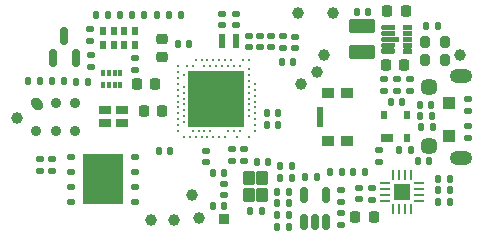
<source format=gbr>
G04 #@! TF.GenerationSoftware,KiCad,Pcbnew,7.0.7*
G04 #@! TF.CreationDate,2024-03-13T12:15:20+01:00*
G04 #@! TF.ProjectId,dictofun,64696374-6f66-4756-9e2e-6b696361645f,rev?*
G04 #@! TF.SameCoordinates,Original*
G04 #@! TF.FileFunction,Soldermask,Top*
G04 #@! TF.FilePolarity,Negative*
%FSLAX45Y45*%
G04 Gerber Fmt 4.5, Leading zero omitted, Abs format (unit mm)*
G04 Created by KiCad (PCBNEW 7.0.7) date 2024-03-13 12:15:20*
%MOMM*%
%LPD*%
G01*
G04 APERTURE LIST*
G04 Aperture macros list*
%AMRoundRect*
0 Rectangle with rounded corners*
0 $1 Rounding radius*
0 $2 $3 $4 $5 $6 $7 $8 $9 X,Y pos of 4 corners*
0 Add a 4 corners polygon primitive as box body*
4,1,4,$2,$3,$4,$5,$6,$7,$8,$9,$2,$3,0*
0 Add four circle primitives for the rounded corners*
1,1,$1+$1,$2,$3*
1,1,$1+$1,$4,$5*
1,1,$1+$1,$6,$7*
1,1,$1+$1,$8,$9*
0 Add four rect primitives between the rounded corners*
20,1,$1+$1,$2,$3,$4,$5,0*
20,1,$1+$1,$4,$5,$6,$7,0*
20,1,$1+$1,$6,$7,$8,$9,0*
20,1,$1+$1,$8,$9,$2,$3,0*%
%AMHorizOval*
0 Thick line with rounded ends*
0 $1 width*
0 $2 $3 position (X,Y) of the first rounded end (center of the circle)*
0 $4 $5 position (X,Y) of the second rounded end (center of the circle)*
0 Add line between two ends*
20,1,$1,$2,$3,$4,$5,0*
0 Add two circle primitives to create the rounded ends*
1,1,$1,$2,$3*
1,1,$1,$4,$5*%
G04 Aperture macros list end*
%ADD10C,0.010000*%
%ADD11RoundRect,0.147500X-0.172500X0.147500X-0.172500X-0.147500X0.172500X-0.147500X0.172500X0.147500X0*%
%ADD12RoundRect,0.140000X0.140000X0.170000X-0.140000X0.170000X-0.140000X-0.170000X0.140000X-0.170000X0*%
%ADD13RoundRect,0.140000X0.170000X-0.140000X0.170000X0.140000X-0.170000X0.140000X-0.170000X-0.140000X0*%
%ADD14R,1.450000X1.450000*%
%ADD15RoundRect,0.062500X-0.375000X0.062500X-0.375000X-0.062500X0.375000X-0.062500X0.375000X0.062500X0*%
%ADD16RoundRect,0.062500X-0.062500X0.375000X-0.062500X-0.375000X0.062500X-0.375000X0.062500X0.375000X0*%
%ADD17RoundRect,0.135000X0.135000X0.185000X-0.135000X0.185000X-0.135000X-0.185000X0.135000X-0.185000X0*%
%ADD18RoundRect,0.135000X-0.185000X0.135000X-0.185000X-0.135000X0.185000X-0.135000X0.185000X0.135000X0*%
%ADD19RoundRect,0.218750X0.218750X0.256250X-0.218750X0.256250X-0.218750X-0.256250X0.218750X-0.256250X0*%
%ADD20RoundRect,0.135000X-0.135000X-0.185000X0.135000X-0.185000X0.135000X0.185000X-0.135000X0.185000X0*%
%ADD21RoundRect,0.140000X-0.140000X-0.170000X0.140000X-0.170000X0.140000X0.170000X-0.140000X0.170000X0*%
%ADD22RoundRect,0.101600X0.425000X-0.475000X0.425000X0.475000X-0.425000X0.475000X-0.425000X-0.475000X0*%
%ADD23C,1.000000*%
%ADD24R,0.500000X0.800000*%
%ADD25RoundRect,0.140000X-0.170000X0.140000X-0.170000X-0.140000X0.170000X-0.140000X0.170000X0.140000X0*%
%ADD26RoundRect,0.135000X0.185000X-0.135000X0.185000X0.135000X-0.185000X0.135000X-0.185000X-0.135000X0*%
%ADD27RoundRect,0.225000X0.225000X0.250000X-0.225000X0.250000X-0.225000X-0.250000X0.225000X-0.250000X0*%
%ADD28RoundRect,0.225000X0.250000X-0.225000X0.250000X0.225000X-0.250000X0.225000X-0.250000X-0.225000X0*%
%ADD29RoundRect,0.150000X0.150000X-0.587500X0.150000X0.587500X-0.150000X0.587500X-0.150000X-0.587500X0*%
%ADD30RoundRect,0.150000X0.150000X-0.512500X0.150000X0.512500X-0.150000X0.512500X-0.150000X-0.512500X0*%
%ADD31RoundRect,0.147500X-0.147500X-0.172500X0.147500X-0.172500X0.147500X0.172500X-0.147500X0.172500X0*%
%ADD32RoundRect,0.250000X-0.850000X0.375000X-0.850000X-0.375000X0.850000X-0.375000X0.850000X0.375000X0*%
%ADD33RoundRect,0.200000X0.200000X0.275000X-0.200000X0.275000X-0.200000X-0.275000X0.200000X-0.275000X0*%
%ADD34R,0.400000X0.500000*%
%ADD35R,0.300000X0.500000*%
%ADD36RoundRect,0.225000X-0.225000X-0.250000X0.225000X-0.250000X0.225000X0.250000X-0.225000X0.250000X0*%
%ADD37R,0.600000X1.200000*%
%ADD38R,1.000000X0.900000*%
%ADD39R,0.550000X1.700000*%
%ADD40RoundRect,0.250000X-0.300000X0.300000X-0.300000X-0.300000X0.300000X-0.300000X0.300000X0.300000X0*%
%ADD41RoundRect,0.147500X0.172500X-0.147500X0.172500X0.147500X-0.172500X0.147500X-0.172500X-0.147500X0*%
%ADD42R,1.000000X0.800000*%
%ADD43RoundRect,0.147500X0.147500X0.172500X-0.147500X0.172500X-0.147500X-0.172500X0.147500X-0.172500X0*%
%ADD44C,0.910000*%
%ADD45HorizOval,0.910000X-0.100000X0.100000X0.100000X-0.100000X0*%
%ADD46RoundRect,0.125000X0.250000X0.125000X-0.250000X0.125000X-0.250000X-0.125000X0.250000X-0.125000X0*%
%ADD47R,3.400000X4.300000*%
%ADD48R,0.850000X0.850000*%
%ADD49C,0.250000*%
%ADD50R,4.850000X4.850000*%
%ADD51R,0.600000X0.700000*%
%ADD52R,1.000000X0.700000*%
%ADD53O,1.900000X1.200000*%
%ADD54C,1.450000*%
G04 APERTURE END LIST*
D10*
X14921300Y-9320600D02*
X14921900Y-9320600D01*
X14922500Y-9320800D01*
X14923100Y-9320900D01*
X14923700Y-9321100D01*
X14924300Y-9321300D01*
X14924900Y-9321500D01*
X14925400Y-9321800D01*
X14926000Y-9322100D01*
X14926500Y-9322400D01*
X14927100Y-9322800D01*
X14927600Y-9323200D01*
X14928000Y-9323600D01*
X14928500Y-9324000D01*
X14928900Y-9324500D01*
X14929300Y-9324900D01*
X14929700Y-9325400D01*
X14930100Y-9326000D01*
X14930400Y-9326500D01*
X14930700Y-9327100D01*
X14931000Y-9327600D01*
X14931200Y-9328200D01*
X14931400Y-9328800D01*
X14931600Y-9329400D01*
X14931700Y-9330000D01*
X14931900Y-9330600D01*
X14931900Y-9331200D01*
X14932000Y-9331900D01*
X14932000Y-9332500D01*
X14932000Y-9347500D01*
X14932000Y-9348100D01*
X14931900Y-9348800D01*
X14931900Y-9349400D01*
X14931700Y-9350000D01*
X14931600Y-9350600D01*
X14931400Y-9351200D01*
X14931200Y-9351800D01*
X14931000Y-9352400D01*
X14930700Y-9352900D01*
X14930400Y-9353500D01*
X14930100Y-9354000D01*
X14929700Y-9354600D01*
X14929300Y-9355100D01*
X14928900Y-9355500D01*
X14928500Y-9356000D01*
X14928000Y-9356400D01*
X14927600Y-9356800D01*
X14927100Y-9357200D01*
X14926500Y-9357600D01*
X14926000Y-9357900D01*
X14925400Y-9358200D01*
X14924900Y-9358500D01*
X14924300Y-9358700D01*
X14923700Y-9358900D01*
X14923100Y-9359100D01*
X14922500Y-9359200D01*
X14921900Y-9359400D01*
X14921300Y-9359400D01*
X14920600Y-9359500D01*
X14920000Y-9359500D01*
X14870000Y-9359500D01*
X14869400Y-9359500D01*
X14868700Y-9359400D01*
X14868100Y-9359400D01*
X14867500Y-9359200D01*
X14866900Y-9359100D01*
X14866300Y-9358900D01*
X14865700Y-9358700D01*
X14865100Y-9358500D01*
X14864600Y-9358200D01*
X14864000Y-9357900D01*
X14863500Y-9357600D01*
X14862900Y-9357200D01*
X14862400Y-9356800D01*
X14862000Y-9356400D01*
X14861500Y-9356000D01*
X14861100Y-9355500D01*
X14860700Y-9355100D01*
X14860300Y-9354600D01*
X14859900Y-9354000D01*
X14859600Y-9353500D01*
X14859300Y-9352900D01*
X14859000Y-9352400D01*
X14858800Y-9351800D01*
X14858600Y-9351200D01*
X14858400Y-9350600D01*
X14858300Y-9350000D01*
X14858100Y-9349400D01*
X14858100Y-9348800D01*
X14858000Y-9348100D01*
X14858000Y-9347500D01*
X14858000Y-9332500D01*
X14858000Y-9331900D01*
X14858100Y-9331200D01*
X14858100Y-9330600D01*
X14858300Y-9330000D01*
X14858400Y-9329400D01*
X14858600Y-9328800D01*
X14858800Y-9328200D01*
X14859000Y-9327600D01*
X14859300Y-9327100D01*
X14859600Y-9326500D01*
X14859900Y-9326000D01*
X14860300Y-9325400D01*
X14860700Y-9324900D01*
X14861100Y-9324500D01*
X14861500Y-9324000D01*
X14862000Y-9323600D01*
X14862400Y-9323200D01*
X14862900Y-9322800D01*
X14863500Y-9322400D01*
X14864000Y-9322100D01*
X14864600Y-9321800D01*
X14865100Y-9321500D01*
X14865700Y-9321300D01*
X14866300Y-9321100D01*
X14866900Y-9320900D01*
X14867500Y-9320800D01*
X14868100Y-9320600D01*
X14868700Y-9320600D01*
X14869400Y-9320500D01*
X14870000Y-9320500D01*
X14920000Y-9320500D01*
X14920600Y-9320500D01*
X14921300Y-9320600D01*
G36*
X14921300Y-9320600D02*
G01*
X14921900Y-9320600D01*
X14922500Y-9320800D01*
X14923100Y-9320900D01*
X14923700Y-9321100D01*
X14924300Y-9321300D01*
X14924900Y-9321500D01*
X14925400Y-9321800D01*
X14926000Y-9322100D01*
X14926500Y-9322400D01*
X14927100Y-9322800D01*
X14927600Y-9323200D01*
X14928000Y-9323600D01*
X14928500Y-9324000D01*
X14928900Y-9324500D01*
X14929300Y-9324900D01*
X14929700Y-9325400D01*
X14930100Y-9326000D01*
X14930400Y-9326500D01*
X14930700Y-9327100D01*
X14931000Y-9327600D01*
X14931200Y-9328200D01*
X14931400Y-9328800D01*
X14931600Y-9329400D01*
X14931700Y-9330000D01*
X14931900Y-9330600D01*
X14931900Y-9331200D01*
X14932000Y-9331900D01*
X14932000Y-9332500D01*
X14932000Y-9347500D01*
X14932000Y-9348100D01*
X14931900Y-9348800D01*
X14931900Y-9349400D01*
X14931700Y-9350000D01*
X14931600Y-9350600D01*
X14931400Y-9351200D01*
X14931200Y-9351800D01*
X14931000Y-9352400D01*
X14930700Y-9352900D01*
X14930400Y-9353500D01*
X14930100Y-9354000D01*
X14929700Y-9354600D01*
X14929300Y-9355100D01*
X14928900Y-9355500D01*
X14928500Y-9356000D01*
X14928000Y-9356400D01*
X14927600Y-9356800D01*
X14927100Y-9357200D01*
X14926500Y-9357600D01*
X14926000Y-9357900D01*
X14925400Y-9358200D01*
X14924900Y-9358500D01*
X14924300Y-9358700D01*
X14923700Y-9358900D01*
X14923100Y-9359100D01*
X14922500Y-9359200D01*
X14921900Y-9359400D01*
X14921300Y-9359400D01*
X14920600Y-9359500D01*
X14920000Y-9359500D01*
X14870000Y-9359500D01*
X14869400Y-9359500D01*
X14868700Y-9359400D01*
X14868100Y-9359400D01*
X14867500Y-9359200D01*
X14866900Y-9359100D01*
X14866300Y-9358900D01*
X14865700Y-9358700D01*
X14865100Y-9358500D01*
X14864600Y-9358200D01*
X14864000Y-9357900D01*
X14863500Y-9357600D01*
X14862900Y-9357200D01*
X14862400Y-9356800D01*
X14862000Y-9356400D01*
X14861500Y-9356000D01*
X14861100Y-9355500D01*
X14860700Y-9355100D01*
X14860300Y-9354600D01*
X14859900Y-9354000D01*
X14859600Y-9353500D01*
X14859300Y-9352900D01*
X14859000Y-9352400D01*
X14858800Y-9351800D01*
X14858600Y-9351200D01*
X14858400Y-9350600D01*
X14858300Y-9350000D01*
X14858100Y-9349400D01*
X14858100Y-9348800D01*
X14858000Y-9348100D01*
X14858000Y-9347500D01*
X14858000Y-9332500D01*
X14858000Y-9331900D01*
X14858100Y-9331200D01*
X14858100Y-9330600D01*
X14858300Y-9330000D01*
X14858400Y-9329400D01*
X14858600Y-9328800D01*
X14858800Y-9328200D01*
X14859000Y-9327600D01*
X14859300Y-9327100D01*
X14859600Y-9326500D01*
X14859900Y-9326000D01*
X14860300Y-9325400D01*
X14860700Y-9324900D01*
X14861100Y-9324500D01*
X14861500Y-9324000D01*
X14862000Y-9323600D01*
X14862400Y-9323200D01*
X14862900Y-9322800D01*
X14863500Y-9322400D01*
X14864000Y-9322100D01*
X14864600Y-9321800D01*
X14865100Y-9321500D01*
X14865700Y-9321300D01*
X14866300Y-9321100D01*
X14866900Y-9320900D01*
X14867500Y-9320800D01*
X14868100Y-9320600D01*
X14868700Y-9320600D01*
X14869400Y-9320500D01*
X14870000Y-9320500D01*
X14920000Y-9320500D01*
X14920600Y-9320500D01*
X14921300Y-9320600D01*
G37*
X14921300Y-9270600D02*
X14921900Y-9270600D01*
X14922500Y-9270800D01*
X14923100Y-9270900D01*
X14923700Y-9271100D01*
X14924300Y-9271300D01*
X14924900Y-9271500D01*
X14925400Y-9271800D01*
X14926000Y-9272100D01*
X14926500Y-9272400D01*
X14927100Y-9272800D01*
X14927600Y-9273200D01*
X14928000Y-9273600D01*
X14928500Y-9274000D01*
X14928900Y-9274500D01*
X14929300Y-9274900D01*
X14929700Y-9275400D01*
X14930100Y-9276000D01*
X14930400Y-9276500D01*
X14930700Y-9277100D01*
X14931000Y-9277600D01*
X14931200Y-9278200D01*
X14931400Y-9278800D01*
X14931600Y-9279400D01*
X14931700Y-9280000D01*
X14931900Y-9280600D01*
X14931900Y-9281200D01*
X14932000Y-9281900D01*
X14932000Y-9282500D01*
X14932000Y-9297500D01*
X14932000Y-9298100D01*
X14931900Y-9298800D01*
X14931900Y-9299400D01*
X14931700Y-9300000D01*
X14931600Y-9300600D01*
X14931400Y-9301200D01*
X14931200Y-9301800D01*
X14931000Y-9302400D01*
X14930700Y-9302900D01*
X14930400Y-9303500D01*
X14930100Y-9304000D01*
X14929700Y-9304600D01*
X14929300Y-9305100D01*
X14928900Y-9305500D01*
X14928500Y-9306000D01*
X14928000Y-9306400D01*
X14927600Y-9306800D01*
X14927100Y-9307200D01*
X14926500Y-9307600D01*
X14926000Y-9307900D01*
X14925400Y-9308200D01*
X14924900Y-9308500D01*
X14924300Y-9308700D01*
X14923700Y-9308900D01*
X14923100Y-9309100D01*
X14922500Y-9309200D01*
X14921900Y-9309400D01*
X14921300Y-9309400D01*
X14920600Y-9309500D01*
X14920000Y-9309500D01*
X14870000Y-9309500D01*
X14869400Y-9309500D01*
X14868700Y-9309400D01*
X14868100Y-9309400D01*
X14867500Y-9309200D01*
X14866900Y-9309100D01*
X14866300Y-9308900D01*
X14865700Y-9308700D01*
X14865100Y-9308500D01*
X14864600Y-9308200D01*
X14864000Y-9307900D01*
X14863500Y-9307600D01*
X14862900Y-9307200D01*
X14862400Y-9306800D01*
X14862000Y-9306400D01*
X14861500Y-9306000D01*
X14861100Y-9305500D01*
X14860700Y-9305100D01*
X14860300Y-9304600D01*
X14859900Y-9304000D01*
X14859600Y-9303500D01*
X14859300Y-9302900D01*
X14859000Y-9302400D01*
X14858800Y-9301800D01*
X14858600Y-9301200D01*
X14858400Y-9300600D01*
X14858300Y-9300000D01*
X14858100Y-9299400D01*
X14858100Y-9298800D01*
X14858000Y-9298100D01*
X14858000Y-9297500D01*
X14858000Y-9282500D01*
X14858000Y-9281900D01*
X14858100Y-9281200D01*
X14858100Y-9280600D01*
X14858300Y-9280000D01*
X14858400Y-9279400D01*
X14858600Y-9278800D01*
X14858800Y-9278200D01*
X14859000Y-9277600D01*
X14859300Y-9277100D01*
X14859600Y-9276500D01*
X14859900Y-9276000D01*
X14860300Y-9275400D01*
X14860700Y-9274900D01*
X14861100Y-9274500D01*
X14861500Y-9274000D01*
X14862000Y-9273600D01*
X14862400Y-9273200D01*
X14862900Y-9272800D01*
X14863500Y-9272400D01*
X14864000Y-9272100D01*
X14864600Y-9271800D01*
X14865100Y-9271500D01*
X14865700Y-9271300D01*
X14866300Y-9271100D01*
X14866900Y-9270900D01*
X14867500Y-9270800D01*
X14868100Y-9270600D01*
X14868700Y-9270600D01*
X14869400Y-9270500D01*
X14870000Y-9270500D01*
X14920000Y-9270500D01*
X14920600Y-9270500D01*
X14921300Y-9270600D01*
G36*
X14921300Y-9270600D02*
G01*
X14921900Y-9270600D01*
X14922500Y-9270800D01*
X14923100Y-9270900D01*
X14923700Y-9271100D01*
X14924300Y-9271300D01*
X14924900Y-9271500D01*
X14925400Y-9271800D01*
X14926000Y-9272100D01*
X14926500Y-9272400D01*
X14927100Y-9272800D01*
X14927600Y-9273200D01*
X14928000Y-9273600D01*
X14928500Y-9274000D01*
X14928900Y-9274500D01*
X14929300Y-9274900D01*
X14929700Y-9275400D01*
X14930100Y-9276000D01*
X14930400Y-9276500D01*
X14930700Y-9277100D01*
X14931000Y-9277600D01*
X14931200Y-9278200D01*
X14931400Y-9278800D01*
X14931600Y-9279400D01*
X14931700Y-9280000D01*
X14931900Y-9280600D01*
X14931900Y-9281200D01*
X14932000Y-9281900D01*
X14932000Y-9282500D01*
X14932000Y-9297500D01*
X14932000Y-9298100D01*
X14931900Y-9298800D01*
X14931900Y-9299400D01*
X14931700Y-9300000D01*
X14931600Y-9300600D01*
X14931400Y-9301200D01*
X14931200Y-9301800D01*
X14931000Y-9302400D01*
X14930700Y-9302900D01*
X14930400Y-9303500D01*
X14930100Y-9304000D01*
X14929700Y-9304600D01*
X14929300Y-9305100D01*
X14928900Y-9305500D01*
X14928500Y-9306000D01*
X14928000Y-9306400D01*
X14927600Y-9306800D01*
X14927100Y-9307200D01*
X14926500Y-9307600D01*
X14926000Y-9307900D01*
X14925400Y-9308200D01*
X14924900Y-9308500D01*
X14924300Y-9308700D01*
X14923700Y-9308900D01*
X14923100Y-9309100D01*
X14922500Y-9309200D01*
X14921900Y-9309400D01*
X14921300Y-9309400D01*
X14920600Y-9309500D01*
X14920000Y-9309500D01*
X14870000Y-9309500D01*
X14869400Y-9309500D01*
X14868700Y-9309400D01*
X14868100Y-9309400D01*
X14867500Y-9309200D01*
X14866900Y-9309100D01*
X14866300Y-9308900D01*
X14865700Y-9308700D01*
X14865100Y-9308500D01*
X14864600Y-9308200D01*
X14864000Y-9307900D01*
X14863500Y-9307600D01*
X14862900Y-9307200D01*
X14862400Y-9306800D01*
X14862000Y-9306400D01*
X14861500Y-9306000D01*
X14861100Y-9305500D01*
X14860700Y-9305100D01*
X14860300Y-9304600D01*
X14859900Y-9304000D01*
X14859600Y-9303500D01*
X14859300Y-9302900D01*
X14859000Y-9302400D01*
X14858800Y-9301800D01*
X14858600Y-9301200D01*
X14858400Y-9300600D01*
X14858300Y-9300000D01*
X14858100Y-9299400D01*
X14858100Y-9298800D01*
X14858000Y-9298100D01*
X14858000Y-9297500D01*
X14858000Y-9282500D01*
X14858000Y-9281900D01*
X14858100Y-9281200D01*
X14858100Y-9280600D01*
X14858300Y-9280000D01*
X14858400Y-9279400D01*
X14858600Y-9278800D01*
X14858800Y-9278200D01*
X14859000Y-9277600D01*
X14859300Y-9277100D01*
X14859600Y-9276500D01*
X14859900Y-9276000D01*
X14860300Y-9275400D01*
X14860700Y-9274900D01*
X14861100Y-9274500D01*
X14861500Y-9274000D01*
X14862000Y-9273600D01*
X14862400Y-9273200D01*
X14862900Y-9272800D01*
X14863500Y-9272400D01*
X14864000Y-9272100D01*
X14864600Y-9271800D01*
X14865100Y-9271500D01*
X14865700Y-9271300D01*
X14866300Y-9271100D01*
X14866900Y-9270900D01*
X14867500Y-9270800D01*
X14868100Y-9270600D01*
X14868700Y-9270600D01*
X14869400Y-9270500D01*
X14870000Y-9270500D01*
X14920000Y-9270500D01*
X14920600Y-9270500D01*
X14921300Y-9270600D01*
G37*
X14921300Y-9220600D02*
X14921900Y-9220600D01*
X14922500Y-9220800D01*
X14923100Y-9220900D01*
X14923700Y-9221100D01*
X14924300Y-9221300D01*
X14924900Y-9221500D01*
X14925400Y-9221800D01*
X14926000Y-9222100D01*
X14926500Y-9222400D01*
X14927100Y-9222800D01*
X14927600Y-9223200D01*
X14928000Y-9223600D01*
X14928500Y-9224000D01*
X14928900Y-9224500D01*
X14929300Y-9224900D01*
X14929700Y-9225400D01*
X14930100Y-9226000D01*
X14930400Y-9226500D01*
X14930700Y-9227100D01*
X14931000Y-9227600D01*
X14931200Y-9228200D01*
X14931400Y-9228800D01*
X14931600Y-9229400D01*
X14931700Y-9230000D01*
X14931900Y-9230600D01*
X14931900Y-9231200D01*
X14932000Y-9231900D01*
X14932000Y-9232500D01*
X14932000Y-9247500D01*
X14932000Y-9248100D01*
X14931900Y-9248800D01*
X14931900Y-9249400D01*
X14931700Y-9250000D01*
X14931600Y-9250600D01*
X14931400Y-9251200D01*
X14931200Y-9251800D01*
X14931000Y-9252400D01*
X14930700Y-9252900D01*
X14930400Y-9253500D01*
X14930100Y-9254000D01*
X14929700Y-9254600D01*
X14929300Y-9255100D01*
X14928900Y-9255500D01*
X14928500Y-9256000D01*
X14928000Y-9256400D01*
X14927600Y-9256800D01*
X14927100Y-9257200D01*
X14926500Y-9257600D01*
X14926000Y-9257900D01*
X14925400Y-9258200D01*
X14924900Y-9258500D01*
X14924300Y-9258700D01*
X14923700Y-9258900D01*
X14923100Y-9259100D01*
X14922500Y-9259200D01*
X14921900Y-9259400D01*
X14921300Y-9259400D01*
X14920600Y-9259500D01*
X14920000Y-9259500D01*
X14870000Y-9259500D01*
X14869400Y-9259500D01*
X14868700Y-9259400D01*
X14868100Y-9259400D01*
X14867500Y-9259200D01*
X14866900Y-9259100D01*
X14866300Y-9258900D01*
X14865700Y-9258700D01*
X14865100Y-9258500D01*
X14864600Y-9258200D01*
X14864000Y-9257900D01*
X14863500Y-9257600D01*
X14862900Y-9257200D01*
X14862400Y-9256800D01*
X14862000Y-9256400D01*
X14861500Y-9256000D01*
X14861100Y-9255500D01*
X14860700Y-9255100D01*
X14860300Y-9254600D01*
X14859900Y-9254000D01*
X14859600Y-9253500D01*
X14859300Y-9252900D01*
X14859000Y-9252400D01*
X14858800Y-9251800D01*
X14858600Y-9251200D01*
X14858400Y-9250600D01*
X14858300Y-9250000D01*
X14858100Y-9249400D01*
X14858100Y-9248800D01*
X14858000Y-9248100D01*
X14858000Y-9247500D01*
X14858000Y-9232500D01*
X14858000Y-9231900D01*
X14858100Y-9231200D01*
X14858100Y-9230600D01*
X14858300Y-9230000D01*
X14858400Y-9229400D01*
X14858600Y-9228800D01*
X14858800Y-9228200D01*
X14859000Y-9227600D01*
X14859300Y-9227100D01*
X14859600Y-9226500D01*
X14859900Y-9226000D01*
X14860300Y-9225400D01*
X14860700Y-9224900D01*
X14861100Y-9224500D01*
X14861500Y-9224000D01*
X14862000Y-9223600D01*
X14862400Y-9223200D01*
X14862900Y-9222800D01*
X14863500Y-9222400D01*
X14864000Y-9222100D01*
X14864600Y-9221800D01*
X14865100Y-9221500D01*
X14865700Y-9221300D01*
X14866300Y-9221100D01*
X14866900Y-9220900D01*
X14867500Y-9220800D01*
X14868100Y-9220600D01*
X14868700Y-9220600D01*
X14869400Y-9220500D01*
X14870000Y-9220500D01*
X14920000Y-9220500D01*
X14920600Y-9220500D01*
X14921300Y-9220600D01*
G36*
X14921300Y-9220600D02*
G01*
X14921900Y-9220600D01*
X14922500Y-9220800D01*
X14923100Y-9220900D01*
X14923700Y-9221100D01*
X14924300Y-9221300D01*
X14924900Y-9221500D01*
X14925400Y-9221800D01*
X14926000Y-9222100D01*
X14926500Y-9222400D01*
X14927100Y-9222800D01*
X14927600Y-9223200D01*
X14928000Y-9223600D01*
X14928500Y-9224000D01*
X14928900Y-9224500D01*
X14929300Y-9224900D01*
X14929700Y-9225400D01*
X14930100Y-9226000D01*
X14930400Y-9226500D01*
X14930700Y-9227100D01*
X14931000Y-9227600D01*
X14931200Y-9228200D01*
X14931400Y-9228800D01*
X14931600Y-9229400D01*
X14931700Y-9230000D01*
X14931900Y-9230600D01*
X14931900Y-9231200D01*
X14932000Y-9231900D01*
X14932000Y-9232500D01*
X14932000Y-9247500D01*
X14932000Y-9248100D01*
X14931900Y-9248800D01*
X14931900Y-9249400D01*
X14931700Y-9250000D01*
X14931600Y-9250600D01*
X14931400Y-9251200D01*
X14931200Y-9251800D01*
X14931000Y-9252400D01*
X14930700Y-9252900D01*
X14930400Y-9253500D01*
X14930100Y-9254000D01*
X14929700Y-9254600D01*
X14929300Y-9255100D01*
X14928900Y-9255500D01*
X14928500Y-9256000D01*
X14928000Y-9256400D01*
X14927600Y-9256800D01*
X14927100Y-9257200D01*
X14926500Y-9257600D01*
X14926000Y-9257900D01*
X14925400Y-9258200D01*
X14924900Y-9258500D01*
X14924300Y-9258700D01*
X14923700Y-9258900D01*
X14923100Y-9259100D01*
X14922500Y-9259200D01*
X14921900Y-9259400D01*
X14921300Y-9259400D01*
X14920600Y-9259500D01*
X14920000Y-9259500D01*
X14870000Y-9259500D01*
X14869400Y-9259500D01*
X14868700Y-9259400D01*
X14868100Y-9259400D01*
X14867500Y-9259200D01*
X14866900Y-9259100D01*
X14866300Y-9258900D01*
X14865700Y-9258700D01*
X14865100Y-9258500D01*
X14864600Y-9258200D01*
X14864000Y-9257900D01*
X14863500Y-9257600D01*
X14862900Y-9257200D01*
X14862400Y-9256800D01*
X14862000Y-9256400D01*
X14861500Y-9256000D01*
X14861100Y-9255500D01*
X14860700Y-9255100D01*
X14860300Y-9254600D01*
X14859900Y-9254000D01*
X14859600Y-9253500D01*
X14859300Y-9252900D01*
X14859000Y-9252400D01*
X14858800Y-9251800D01*
X14858600Y-9251200D01*
X14858400Y-9250600D01*
X14858300Y-9250000D01*
X14858100Y-9249400D01*
X14858100Y-9248800D01*
X14858000Y-9248100D01*
X14858000Y-9247500D01*
X14858000Y-9232500D01*
X14858000Y-9231900D01*
X14858100Y-9231200D01*
X14858100Y-9230600D01*
X14858300Y-9230000D01*
X14858400Y-9229400D01*
X14858600Y-9228800D01*
X14858800Y-9228200D01*
X14859000Y-9227600D01*
X14859300Y-9227100D01*
X14859600Y-9226500D01*
X14859900Y-9226000D01*
X14860300Y-9225400D01*
X14860700Y-9224900D01*
X14861100Y-9224500D01*
X14861500Y-9224000D01*
X14862000Y-9223600D01*
X14862400Y-9223200D01*
X14862900Y-9222800D01*
X14863500Y-9222400D01*
X14864000Y-9222100D01*
X14864600Y-9221800D01*
X14865100Y-9221500D01*
X14865700Y-9221300D01*
X14866300Y-9221100D01*
X14866900Y-9220900D01*
X14867500Y-9220800D01*
X14868100Y-9220600D01*
X14868700Y-9220600D01*
X14869400Y-9220500D01*
X14870000Y-9220500D01*
X14920000Y-9220500D01*
X14920600Y-9220500D01*
X14921300Y-9220600D01*
G37*
X14921300Y-9170600D02*
X14921900Y-9170600D01*
X14922500Y-9170800D01*
X14923100Y-9170900D01*
X14923700Y-9171100D01*
X14924300Y-9171300D01*
X14924900Y-9171500D01*
X14925400Y-9171800D01*
X14926000Y-9172100D01*
X14926500Y-9172400D01*
X14927100Y-9172800D01*
X14927600Y-9173200D01*
X14928000Y-9173600D01*
X14928500Y-9174000D01*
X14928900Y-9174500D01*
X14929300Y-9174900D01*
X14929700Y-9175400D01*
X14930100Y-9176000D01*
X14930400Y-9176500D01*
X14930700Y-9177100D01*
X14931000Y-9177600D01*
X14931200Y-9178200D01*
X14931400Y-9178800D01*
X14931600Y-9179400D01*
X14931700Y-9180000D01*
X14931900Y-9180600D01*
X14931900Y-9181200D01*
X14932000Y-9181900D01*
X14932000Y-9182500D01*
X14932000Y-9197500D01*
X14932000Y-9198100D01*
X14931900Y-9198800D01*
X14931900Y-9199400D01*
X14931700Y-9200000D01*
X14931600Y-9200600D01*
X14931400Y-9201200D01*
X14931200Y-9201800D01*
X14931000Y-9202400D01*
X14930700Y-9202900D01*
X14930400Y-9203500D01*
X14930100Y-9204000D01*
X14929700Y-9204600D01*
X14929300Y-9205100D01*
X14928900Y-9205500D01*
X14928500Y-9206000D01*
X14928000Y-9206400D01*
X14927600Y-9206800D01*
X14927100Y-9207200D01*
X14926500Y-9207600D01*
X14926000Y-9207900D01*
X14925400Y-9208200D01*
X14924900Y-9208500D01*
X14924300Y-9208700D01*
X14923700Y-9208900D01*
X14923100Y-9209100D01*
X14922500Y-9209200D01*
X14921900Y-9209400D01*
X14921300Y-9209400D01*
X14920600Y-9209500D01*
X14920000Y-9209500D01*
X14870000Y-9209500D01*
X14869400Y-9209500D01*
X14868700Y-9209400D01*
X14868100Y-9209400D01*
X14867500Y-9209200D01*
X14866900Y-9209100D01*
X14866300Y-9208900D01*
X14865700Y-9208700D01*
X14865100Y-9208500D01*
X14864600Y-9208200D01*
X14864000Y-9207900D01*
X14863500Y-9207600D01*
X14862900Y-9207200D01*
X14862400Y-9206800D01*
X14862000Y-9206400D01*
X14861500Y-9206000D01*
X14861100Y-9205500D01*
X14860700Y-9205100D01*
X14860300Y-9204600D01*
X14859900Y-9204000D01*
X14859600Y-9203500D01*
X14859300Y-9202900D01*
X14859000Y-9202400D01*
X14858800Y-9201800D01*
X14858600Y-9201200D01*
X14858400Y-9200600D01*
X14858300Y-9200000D01*
X14858100Y-9199400D01*
X14858100Y-9198800D01*
X14858000Y-9198100D01*
X14858000Y-9197500D01*
X14858000Y-9182500D01*
X14858000Y-9181900D01*
X14858100Y-9181200D01*
X14858100Y-9180600D01*
X14858300Y-9180000D01*
X14858400Y-9179400D01*
X14858600Y-9178800D01*
X14858800Y-9178200D01*
X14859000Y-9177600D01*
X14859300Y-9177100D01*
X14859600Y-9176500D01*
X14859900Y-9176000D01*
X14860300Y-9175400D01*
X14860700Y-9174900D01*
X14861100Y-9174500D01*
X14861500Y-9174000D01*
X14862000Y-9173600D01*
X14862400Y-9173200D01*
X14862900Y-9172800D01*
X14863500Y-9172400D01*
X14864000Y-9172100D01*
X14864600Y-9171800D01*
X14865100Y-9171500D01*
X14865700Y-9171300D01*
X14866300Y-9171100D01*
X14866900Y-9170900D01*
X14867500Y-9170800D01*
X14868100Y-9170600D01*
X14868700Y-9170600D01*
X14869400Y-9170500D01*
X14870000Y-9170500D01*
X14920000Y-9170500D01*
X14920600Y-9170500D01*
X14921300Y-9170600D01*
G36*
X14921300Y-9170600D02*
G01*
X14921900Y-9170600D01*
X14922500Y-9170800D01*
X14923100Y-9170900D01*
X14923700Y-9171100D01*
X14924300Y-9171300D01*
X14924900Y-9171500D01*
X14925400Y-9171800D01*
X14926000Y-9172100D01*
X14926500Y-9172400D01*
X14927100Y-9172800D01*
X14927600Y-9173200D01*
X14928000Y-9173600D01*
X14928500Y-9174000D01*
X14928900Y-9174500D01*
X14929300Y-9174900D01*
X14929700Y-9175400D01*
X14930100Y-9176000D01*
X14930400Y-9176500D01*
X14930700Y-9177100D01*
X14931000Y-9177600D01*
X14931200Y-9178200D01*
X14931400Y-9178800D01*
X14931600Y-9179400D01*
X14931700Y-9180000D01*
X14931900Y-9180600D01*
X14931900Y-9181200D01*
X14932000Y-9181900D01*
X14932000Y-9182500D01*
X14932000Y-9197500D01*
X14932000Y-9198100D01*
X14931900Y-9198800D01*
X14931900Y-9199400D01*
X14931700Y-9200000D01*
X14931600Y-9200600D01*
X14931400Y-9201200D01*
X14931200Y-9201800D01*
X14931000Y-9202400D01*
X14930700Y-9202900D01*
X14930400Y-9203500D01*
X14930100Y-9204000D01*
X14929700Y-9204600D01*
X14929300Y-9205100D01*
X14928900Y-9205500D01*
X14928500Y-9206000D01*
X14928000Y-9206400D01*
X14927600Y-9206800D01*
X14927100Y-9207200D01*
X14926500Y-9207600D01*
X14926000Y-9207900D01*
X14925400Y-9208200D01*
X14924900Y-9208500D01*
X14924300Y-9208700D01*
X14923700Y-9208900D01*
X14923100Y-9209100D01*
X14922500Y-9209200D01*
X14921900Y-9209400D01*
X14921300Y-9209400D01*
X14920600Y-9209500D01*
X14920000Y-9209500D01*
X14870000Y-9209500D01*
X14869400Y-9209500D01*
X14868700Y-9209400D01*
X14868100Y-9209400D01*
X14867500Y-9209200D01*
X14866900Y-9209100D01*
X14866300Y-9208900D01*
X14865700Y-9208700D01*
X14865100Y-9208500D01*
X14864600Y-9208200D01*
X14864000Y-9207900D01*
X14863500Y-9207600D01*
X14862900Y-9207200D01*
X14862400Y-9206800D01*
X14862000Y-9206400D01*
X14861500Y-9206000D01*
X14861100Y-9205500D01*
X14860700Y-9205100D01*
X14860300Y-9204600D01*
X14859900Y-9204000D01*
X14859600Y-9203500D01*
X14859300Y-9202900D01*
X14859000Y-9202400D01*
X14858800Y-9201800D01*
X14858600Y-9201200D01*
X14858400Y-9200600D01*
X14858300Y-9200000D01*
X14858100Y-9199400D01*
X14858100Y-9198800D01*
X14858000Y-9198100D01*
X14858000Y-9197500D01*
X14858000Y-9182500D01*
X14858000Y-9181900D01*
X14858100Y-9181200D01*
X14858100Y-9180600D01*
X14858300Y-9180000D01*
X14858400Y-9179400D01*
X14858600Y-9178800D01*
X14858800Y-9178200D01*
X14859000Y-9177600D01*
X14859300Y-9177100D01*
X14859600Y-9176500D01*
X14859900Y-9176000D01*
X14860300Y-9175400D01*
X14860700Y-9174900D01*
X14861100Y-9174500D01*
X14861500Y-9174000D01*
X14862000Y-9173600D01*
X14862400Y-9173200D01*
X14862900Y-9172800D01*
X14863500Y-9172400D01*
X14864000Y-9172100D01*
X14864600Y-9171800D01*
X14865100Y-9171500D01*
X14865700Y-9171300D01*
X14866300Y-9171100D01*
X14866900Y-9170900D01*
X14867500Y-9170800D01*
X14868100Y-9170600D01*
X14868700Y-9170600D01*
X14869400Y-9170500D01*
X14870000Y-9170500D01*
X14920000Y-9170500D01*
X14920600Y-9170500D01*
X14921300Y-9170600D01*
G37*
X14921300Y-9120600D02*
X14921900Y-9120600D01*
X14922500Y-9120800D01*
X14923100Y-9120900D01*
X14923700Y-9121100D01*
X14924300Y-9121300D01*
X14924900Y-9121500D01*
X14925400Y-9121800D01*
X14926000Y-9122100D01*
X14926500Y-9122400D01*
X14927100Y-9122800D01*
X14927600Y-9123200D01*
X14928000Y-9123600D01*
X14928500Y-9124000D01*
X14928900Y-9124500D01*
X14929300Y-9124900D01*
X14929700Y-9125400D01*
X14930100Y-9126000D01*
X14930400Y-9126500D01*
X14930700Y-9127100D01*
X14931000Y-9127600D01*
X14931200Y-9128200D01*
X14931400Y-9128800D01*
X14931600Y-9129400D01*
X14931700Y-9130000D01*
X14931900Y-9130600D01*
X14931900Y-9131200D01*
X14932000Y-9131900D01*
X14932000Y-9132500D01*
X14932000Y-9147500D01*
X14932000Y-9148100D01*
X14931900Y-9148800D01*
X14931900Y-9149400D01*
X14931700Y-9150000D01*
X14931600Y-9150600D01*
X14931400Y-9151200D01*
X14931200Y-9151800D01*
X14931000Y-9152400D01*
X14930700Y-9152900D01*
X14930400Y-9153500D01*
X14930100Y-9154000D01*
X14929700Y-9154600D01*
X14929300Y-9155100D01*
X14928900Y-9155500D01*
X14928500Y-9156000D01*
X14928000Y-9156400D01*
X14927600Y-9156800D01*
X14927100Y-9157200D01*
X14926500Y-9157600D01*
X14926000Y-9157900D01*
X14925400Y-9158200D01*
X14924900Y-9158500D01*
X14924300Y-9158700D01*
X14923700Y-9158900D01*
X14923100Y-9159100D01*
X14922500Y-9159200D01*
X14921900Y-9159400D01*
X14921300Y-9159400D01*
X14920600Y-9159500D01*
X14920000Y-9159500D01*
X14870000Y-9159500D01*
X14869400Y-9159500D01*
X14868700Y-9159400D01*
X14868100Y-9159400D01*
X14867500Y-9159200D01*
X14866900Y-9159100D01*
X14866300Y-9158900D01*
X14865700Y-9158700D01*
X14865100Y-9158500D01*
X14864600Y-9158200D01*
X14864000Y-9157900D01*
X14863500Y-9157600D01*
X14862900Y-9157200D01*
X14862400Y-9156800D01*
X14862000Y-9156400D01*
X14861500Y-9156000D01*
X14861100Y-9155500D01*
X14860700Y-9155100D01*
X14860300Y-9154600D01*
X14859900Y-9154000D01*
X14859600Y-9153500D01*
X14859300Y-9152900D01*
X14859000Y-9152400D01*
X14858800Y-9151800D01*
X14858600Y-9151200D01*
X14858400Y-9150600D01*
X14858300Y-9150000D01*
X14858100Y-9149400D01*
X14858100Y-9148800D01*
X14858000Y-9148100D01*
X14858000Y-9147500D01*
X14858000Y-9132500D01*
X14858000Y-9131900D01*
X14858100Y-9131200D01*
X14858100Y-9130600D01*
X14858300Y-9130000D01*
X14858400Y-9129400D01*
X14858600Y-9128800D01*
X14858800Y-9128200D01*
X14859000Y-9127600D01*
X14859300Y-9127100D01*
X14859600Y-9126500D01*
X14859900Y-9126000D01*
X14860300Y-9125400D01*
X14860700Y-9124900D01*
X14861100Y-9124500D01*
X14861500Y-9124000D01*
X14862000Y-9123600D01*
X14862400Y-9123200D01*
X14862900Y-9122800D01*
X14863500Y-9122400D01*
X14864000Y-9122100D01*
X14864600Y-9121800D01*
X14865100Y-9121500D01*
X14865700Y-9121300D01*
X14866300Y-9121100D01*
X14866900Y-9120900D01*
X14867500Y-9120800D01*
X14868100Y-9120600D01*
X14868700Y-9120600D01*
X14869400Y-9120500D01*
X14870000Y-9120500D01*
X14920000Y-9120500D01*
X14920600Y-9120500D01*
X14921300Y-9120600D01*
G36*
X14921300Y-9120600D02*
G01*
X14921900Y-9120600D01*
X14922500Y-9120800D01*
X14923100Y-9120900D01*
X14923700Y-9121100D01*
X14924300Y-9121300D01*
X14924900Y-9121500D01*
X14925400Y-9121800D01*
X14926000Y-9122100D01*
X14926500Y-9122400D01*
X14927100Y-9122800D01*
X14927600Y-9123200D01*
X14928000Y-9123600D01*
X14928500Y-9124000D01*
X14928900Y-9124500D01*
X14929300Y-9124900D01*
X14929700Y-9125400D01*
X14930100Y-9126000D01*
X14930400Y-9126500D01*
X14930700Y-9127100D01*
X14931000Y-9127600D01*
X14931200Y-9128200D01*
X14931400Y-9128800D01*
X14931600Y-9129400D01*
X14931700Y-9130000D01*
X14931900Y-9130600D01*
X14931900Y-9131200D01*
X14932000Y-9131900D01*
X14932000Y-9132500D01*
X14932000Y-9147500D01*
X14932000Y-9148100D01*
X14931900Y-9148800D01*
X14931900Y-9149400D01*
X14931700Y-9150000D01*
X14931600Y-9150600D01*
X14931400Y-9151200D01*
X14931200Y-9151800D01*
X14931000Y-9152400D01*
X14930700Y-9152900D01*
X14930400Y-9153500D01*
X14930100Y-9154000D01*
X14929700Y-9154600D01*
X14929300Y-9155100D01*
X14928900Y-9155500D01*
X14928500Y-9156000D01*
X14928000Y-9156400D01*
X14927600Y-9156800D01*
X14927100Y-9157200D01*
X14926500Y-9157600D01*
X14926000Y-9157900D01*
X14925400Y-9158200D01*
X14924900Y-9158500D01*
X14924300Y-9158700D01*
X14923700Y-9158900D01*
X14923100Y-9159100D01*
X14922500Y-9159200D01*
X14921900Y-9159400D01*
X14921300Y-9159400D01*
X14920600Y-9159500D01*
X14920000Y-9159500D01*
X14870000Y-9159500D01*
X14869400Y-9159500D01*
X14868700Y-9159400D01*
X14868100Y-9159400D01*
X14867500Y-9159200D01*
X14866900Y-9159100D01*
X14866300Y-9158900D01*
X14865700Y-9158700D01*
X14865100Y-9158500D01*
X14864600Y-9158200D01*
X14864000Y-9157900D01*
X14863500Y-9157600D01*
X14862900Y-9157200D01*
X14862400Y-9156800D01*
X14862000Y-9156400D01*
X14861500Y-9156000D01*
X14861100Y-9155500D01*
X14860700Y-9155100D01*
X14860300Y-9154600D01*
X14859900Y-9154000D01*
X14859600Y-9153500D01*
X14859300Y-9152900D01*
X14859000Y-9152400D01*
X14858800Y-9151800D01*
X14858600Y-9151200D01*
X14858400Y-9150600D01*
X14858300Y-9150000D01*
X14858100Y-9149400D01*
X14858100Y-9148800D01*
X14858000Y-9148100D01*
X14858000Y-9147500D01*
X14858000Y-9132500D01*
X14858000Y-9131900D01*
X14858100Y-9131200D01*
X14858100Y-9130600D01*
X14858300Y-9130000D01*
X14858400Y-9129400D01*
X14858600Y-9128800D01*
X14858800Y-9128200D01*
X14859000Y-9127600D01*
X14859300Y-9127100D01*
X14859600Y-9126500D01*
X14859900Y-9126000D01*
X14860300Y-9125400D01*
X14860700Y-9124900D01*
X14861100Y-9124500D01*
X14861500Y-9124000D01*
X14862000Y-9123600D01*
X14862400Y-9123200D01*
X14862900Y-9122800D01*
X14863500Y-9122400D01*
X14864000Y-9122100D01*
X14864600Y-9121800D01*
X14865100Y-9121500D01*
X14865700Y-9121300D01*
X14866300Y-9121100D01*
X14866900Y-9120900D01*
X14867500Y-9120800D01*
X14868100Y-9120600D01*
X14868700Y-9120600D01*
X14869400Y-9120500D01*
X14870000Y-9120500D01*
X14920000Y-9120500D01*
X14920600Y-9120500D01*
X14921300Y-9120600D01*
G37*
X14771300Y-9320600D02*
X14771900Y-9320600D01*
X14772500Y-9320800D01*
X14773100Y-9320900D01*
X14773700Y-9321100D01*
X14774300Y-9321300D01*
X14774900Y-9321500D01*
X14775400Y-9321800D01*
X14776000Y-9322100D01*
X14776500Y-9322400D01*
X14777100Y-9322800D01*
X14777600Y-9323200D01*
X14778000Y-9323600D01*
X14778500Y-9324000D01*
X14778900Y-9324500D01*
X14779300Y-9324900D01*
X14779700Y-9325400D01*
X14780100Y-9326000D01*
X14780400Y-9326500D01*
X14780700Y-9327100D01*
X14781000Y-9327600D01*
X14781200Y-9328200D01*
X14781400Y-9328800D01*
X14781600Y-9329400D01*
X14781700Y-9330000D01*
X14781900Y-9330600D01*
X14781900Y-9331200D01*
X14782000Y-9331900D01*
X14782000Y-9332500D01*
X14782000Y-9347500D01*
X14782000Y-9348100D01*
X14781900Y-9348800D01*
X14781900Y-9349400D01*
X14781700Y-9350000D01*
X14781600Y-9350600D01*
X14781400Y-9351200D01*
X14781200Y-9351800D01*
X14781000Y-9352400D01*
X14780700Y-9352900D01*
X14780400Y-9353500D01*
X14780100Y-9354000D01*
X14779700Y-9354600D01*
X14779300Y-9355100D01*
X14778900Y-9355500D01*
X14778500Y-9356000D01*
X14778000Y-9356400D01*
X14777600Y-9356800D01*
X14777100Y-9357200D01*
X14776500Y-9357600D01*
X14776000Y-9357900D01*
X14775400Y-9358200D01*
X14774900Y-9358500D01*
X14774300Y-9358700D01*
X14773700Y-9358900D01*
X14773100Y-9359100D01*
X14772500Y-9359200D01*
X14771900Y-9359400D01*
X14771300Y-9359400D01*
X14770600Y-9359500D01*
X14770000Y-9359500D01*
X14690000Y-9359500D01*
X14689400Y-9359500D01*
X14688700Y-9359400D01*
X14688100Y-9359400D01*
X14687500Y-9359200D01*
X14686900Y-9359100D01*
X14686300Y-9358900D01*
X14685700Y-9358700D01*
X14685100Y-9358500D01*
X14684600Y-9358200D01*
X14684000Y-9357900D01*
X14683500Y-9357600D01*
X14682900Y-9357200D01*
X14682400Y-9356800D01*
X14682000Y-9356400D01*
X14681500Y-9356000D01*
X14681100Y-9355500D01*
X14680700Y-9355100D01*
X14680300Y-9354600D01*
X14679900Y-9354000D01*
X14679600Y-9353500D01*
X14679300Y-9352900D01*
X14679000Y-9352400D01*
X14678800Y-9351800D01*
X14678600Y-9351200D01*
X14678400Y-9350600D01*
X14678300Y-9350000D01*
X14678100Y-9349400D01*
X14678100Y-9348800D01*
X14678000Y-9348100D01*
X14678000Y-9347500D01*
X14678000Y-9332500D01*
X14678000Y-9331900D01*
X14678100Y-9331200D01*
X14678100Y-9330600D01*
X14678300Y-9330000D01*
X14678400Y-9329400D01*
X14678600Y-9328800D01*
X14678800Y-9328200D01*
X14679000Y-9327600D01*
X14679300Y-9327100D01*
X14679600Y-9326500D01*
X14679900Y-9326000D01*
X14680300Y-9325400D01*
X14680700Y-9324900D01*
X14681100Y-9324500D01*
X14681500Y-9324000D01*
X14682000Y-9323600D01*
X14682400Y-9323200D01*
X14682900Y-9322800D01*
X14683500Y-9322400D01*
X14684000Y-9322100D01*
X14684600Y-9321800D01*
X14685100Y-9321500D01*
X14685700Y-9321300D01*
X14686300Y-9321100D01*
X14686900Y-9320900D01*
X14687500Y-9320800D01*
X14688100Y-9320600D01*
X14688700Y-9320600D01*
X14689400Y-9320500D01*
X14690000Y-9320500D01*
X14770000Y-9320500D01*
X14770600Y-9320500D01*
X14771300Y-9320600D01*
G36*
X14771300Y-9320600D02*
G01*
X14771900Y-9320600D01*
X14772500Y-9320800D01*
X14773100Y-9320900D01*
X14773700Y-9321100D01*
X14774300Y-9321300D01*
X14774900Y-9321500D01*
X14775400Y-9321800D01*
X14776000Y-9322100D01*
X14776500Y-9322400D01*
X14777100Y-9322800D01*
X14777600Y-9323200D01*
X14778000Y-9323600D01*
X14778500Y-9324000D01*
X14778900Y-9324500D01*
X14779300Y-9324900D01*
X14779700Y-9325400D01*
X14780100Y-9326000D01*
X14780400Y-9326500D01*
X14780700Y-9327100D01*
X14781000Y-9327600D01*
X14781200Y-9328200D01*
X14781400Y-9328800D01*
X14781600Y-9329400D01*
X14781700Y-9330000D01*
X14781900Y-9330600D01*
X14781900Y-9331200D01*
X14782000Y-9331900D01*
X14782000Y-9332500D01*
X14782000Y-9347500D01*
X14782000Y-9348100D01*
X14781900Y-9348800D01*
X14781900Y-9349400D01*
X14781700Y-9350000D01*
X14781600Y-9350600D01*
X14781400Y-9351200D01*
X14781200Y-9351800D01*
X14781000Y-9352400D01*
X14780700Y-9352900D01*
X14780400Y-9353500D01*
X14780100Y-9354000D01*
X14779700Y-9354600D01*
X14779300Y-9355100D01*
X14778900Y-9355500D01*
X14778500Y-9356000D01*
X14778000Y-9356400D01*
X14777600Y-9356800D01*
X14777100Y-9357200D01*
X14776500Y-9357600D01*
X14776000Y-9357900D01*
X14775400Y-9358200D01*
X14774900Y-9358500D01*
X14774300Y-9358700D01*
X14773700Y-9358900D01*
X14773100Y-9359100D01*
X14772500Y-9359200D01*
X14771900Y-9359400D01*
X14771300Y-9359400D01*
X14770600Y-9359500D01*
X14770000Y-9359500D01*
X14690000Y-9359500D01*
X14689400Y-9359500D01*
X14688700Y-9359400D01*
X14688100Y-9359400D01*
X14687500Y-9359200D01*
X14686900Y-9359100D01*
X14686300Y-9358900D01*
X14685700Y-9358700D01*
X14685100Y-9358500D01*
X14684600Y-9358200D01*
X14684000Y-9357900D01*
X14683500Y-9357600D01*
X14682900Y-9357200D01*
X14682400Y-9356800D01*
X14682000Y-9356400D01*
X14681500Y-9356000D01*
X14681100Y-9355500D01*
X14680700Y-9355100D01*
X14680300Y-9354600D01*
X14679900Y-9354000D01*
X14679600Y-9353500D01*
X14679300Y-9352900D01*
X14679000Y-9352400D01*
X14678800Y-9351800D01*
X14678600Y-9351200D01*
X14678400Y-9350600D01*
X14678300Y-9350000D01*
X14678100Y-9349400D01*
X14678100Y-9348800D01*
X14678000Y-9348100D01*
X14678000Y-9347500D01*
X14678000Y-9332500D01*
X14678000Y-9331900D01*
X14678100Y-9331200D01*
X14678100Y-9330600D01*
X14678300Y-9330000D01*
X14678400Y-9329400D01*
X14678600Y-9328800D01*
X14678800Y-9328200D01*
X14679000Y-9327600D01*
X14679300Y-9327100D01*
X14679600Y-9326500D01*
X14679900Y-9326000D01*
X14680300Y-9325400D01*
X14680700Y-9324900D01*
X14681100Y-9324500D01*
X14681500Y-9324000D01*
X14682000Y-9323600D01*
X14682400Y-9323200D01*
X14682900Y-9322800D01*
X14683500Y-9322400D01*
X14684000Y-9322100D01*
X14684600Y-9321800D01*
X14685100Y-9321500D01*
X14685700Y-9321300D01*
X14686300Y-9321100D01*
X14686900Y-9320900D01*
X14687500Y-9320800D01*
X14688100Y-9320600D01*
X14688700Y-9320600D01*
X14689400Y-9320500D01*
X14690000Y-9320500D01*
X14770000Y-9320500D01*
X14770600Y-9320500D01*
X14771300Y-9320600D01*
G37*
X14771300Y-9270600D02*
X14771900Y-9270600D01*
X14772500Y-9270800D01*
X14773100Y-9270900D01*
X14773700Y-9271100D01*
X14774300Y-9271300D01*
X14774900Y-9271500D01*
X14775400Y-9271800D01*
X14776000Y-9272100D01*
X14776500Y-9272400D01*
X14777100Y-9272800D01*
X14777600Y-9273200D01*
X14778000Y-9273600D01*
X14778500Y-9274000D01*
X14778900Y-9274500D01*
X14779300Y-9274900D01*
X14779700Y-9275400D01*
X14780100Y-9276000D01*
X14780400Y-9276500D01*
X14780700Y-9277100D01*
X14781000Y-9277600D01*
X14781200Y-9278200D01*
X14781400Y-9278800D01*
X14781600Y-9279400D01*
X14781700Y-9280000D01*
X14781900Y-9280600D01*
X14781900Y-9281200D01*
X14782000Y-9281900D01*
X14782000Y-9282500D01*
X14782000Y-9297500D01*
X14782000Y-9298100D01*
X14781900Y-9298800D01*
X14781900Y-9299400D01*
X14781700Y-9300000D01*
X14781600Y-9300600D01*
X14781400Y-9301200D01*
X14781200Y-9301800D01*
X14781000Y-9302400D01*
X14780700Y-9302900D01*
X14780400Y-9303500D01*
X14780100Y-9304000D01*
X14779700Y-9304600D01*
X14779300Y-9305100D01*
X14778900Y-9305500D01*
X14778500Y-9306000D01*
X14778000Y-9306400D01*
X14777600Y-9306800D01*
X14777100Y-9307200D01*
X14776500Y-9307600D01*
X14776000Y-9307900D01*
X14775400Y-9308200D01*
X14774900Y-9308500D01*
X14774300Y-9308700D01*
X14773700Y-9308900D01*
X14773100Y-9309100D01*
X14772500Y-9309200D01*
X14771900Y-9309400D01*
X14771300Y-9309400D01*
X14770600Y-9309500D01*
X14770000Y-9309500D01*
X14690000Y-9309500D01*
X14689400Y-9309500D01*
X14688700Y-9309400D01*
X14688100Y-9309400D01*
X14687500Y-9309200D01*
X14686900Y-9309100D01*
X14686300Y-9308900D01*
X14685700Y-9308700D01*
X14685100Y-9308500D01*
X14684600Y-9308200D01*
X14684000Y-9307900D01*
X14683500Y-9307600D01*
X14682900Y-9307200D01*
X14682400Y-9306800D01*
X14682000Y-9306400D01*
X14681500Y-9306000D01*
X14681100Y-9305500D01*
X14680700Y-9305100D01*
X14680300Y-9304600D01*
X14679900Y-9304000D01*
X14679600Y-9303500D01*
X14679300Y-9302900D01*
X14679000Y-9302400D01*
X14678800Y-9301800D01*
X14678600Y-9301200D01*
X14678400Y-9300600D01*
X14678300Y-9300000D01*
X14678100Y-9299400D01*
X14678100Y-9298800D01*
X14678000Y-9298100D01*
X14678000Y-9297500D01*
X14678000Y-9282500D01*
X14678000Y-9281900D01*
X14678100Y-9281200D01*
X14678100Y-9280600D01*
X14678300Y-9280000D01*
X14678400Y-9279400D01*
X14678600Y-9278800D01*
X14678800Y-9278200D01*
X14679000Y-9277600D01*
X14679300Y-9277100D01*
X14679600Y-9276500D01*
X14679900Y-9276000D01*
X14680300Y-9275400D01*
X14680700Y-9274900D01*
X14681100Y-9274500D01*
X14681500Y-9274000D01*
X14682000Y-9273600D01*
X14682400Y-9273200D01*
X14682900Y-9272800D01*
X14683500Y-9272400D01*
X14684000Y-9272100D01*
X14684600Y-9271800D01*
X14685100Y-9271500D01*
X14685700Y-9271300D01*
X14686300Y-9271100D01*
X14686900Y-9270900D01*
X14687500Y-9270800D01*
X14688100Y-9270600D01*
X14688700Y-9270600D01*
X14689400Y-9270500D01*
X14690000Y-9270500D01*
X14770000Y-9270500D01*
X14770600Y-9270500D01*
X14771300Y-9270600D01*
G36*
X14771300Y-9270600D02*
G01*
X14771900Y-9270600D01*
X14772500Y-9270800D01*
X14773100Y-9270900D01*
X14773700Y-9271100D01*
X14774300Y-9271300D01*
X14774900Y-9271500D01*
X14775400Y-9271800D01*
X14776000Y-9272100D01*
X14776500Y-9272400D01*
X14777100Y-9272800D01*
X14777600Y-9273200D01*
X14778000Y-9273600D01*
X14778500Y-9274000D01*
X14778900Y-9274500D01*
X14779300Y-9274900D01*
X14779700Y-9275400D01*
X14780100Y-9276000D01*
X14780400Y-9276500D01*
X14780700Y-9277100D01*
X14781000Y-9277600D01*
X14781200Y-9278200D01*
X14781400Y-9278800D01*
X14781600Y-9279400D01*
X14781700Y-9280000D01*
X14781900Y-9280600D01*
X14781900Y-9281200D01*
X14782000Y-9281900D01*
X14782000Y-9282500D01*
X14782000Y-9297500D01*
X14782000Y-9298100D01*
X14781900Y-9298800D01*
X14781900Y-9299400D01*
X14781700Y-9300000D01*
X14781600Y-9300600D01*
X14781400Y-9301200D01*
X14781200Y-9301800D01*
X14781000Y-9302400D01*
X14780700Y-9302900D01*
X14780400Y-9303500D01*
X14780100Y-9304000D01*
X14779700Y-9304600D01*
X14779300Y-9305100D01*
X14778900Y-9305500D01*
X14778500Y-9306000D01*
X14778000Y-9306400D01*
X14777600Y-9306800D01*
X14777100Y-9307200D01*
X14776500Y-9307600D01*
X14776000Y-9307900D01*
X14775400Y-9308200D01*
X14774900Y-9308500D01*
X14774300Y-9308700D01*
X14773700Y-9308900D01*
X14773100Y-9309100D01*
X14772500Y-9309200D01*
X14771900Y-9309400D01*
X14771300Y-9309400D01*
X14770600Y-9309500D01*
X14770000Y-9309500D01*
X14690000Y-9309500D01*
X14689400Y-9309500D01*
X14688700Y-9309400D01*
X14688100Y-9309400D01*
X14687500Y-9309200D01*
X14686900Y-9309100D01*
X14686300Y-9308900D01*
X14685700Y-9308700D01*
X14685100Y-9308500D01*
X14684600Y-9308200D01*
X14684000Y-9307900D01*
X14683500Y-9307600D01*
X14682900Y-9307200D01*
X14682400Y-9306800D01*
X14682000Y-9306400D01*
X14681500Y-9306000D01*
X14681100Y-9305500D01*
X14680700Y-9305100D01*
X14680300Y-9304600D01*
X14679900Y-9304000D01*
X14679600Y-9303500D01*
X14679300Y-9302900D01*
X14679000Y-9302400D01*
X14678800Y-9301800D01*
X14678600Y-9301200D01*
X14678400Y-9300600D01*
X14678300Y-9300000D01*
X14678100Y-9299400D01*
X14678100Y-9298800D01*
X14678000Y-9298100D01*
X14678000Y-9297500D01*
X14678000Y-9282500D01*
X14678000Y-9281900D01*
X14678100Y-9281200D01*
X14678100Y-9280600D01*
X14678300Y-9280000D01*
X14678400Y-9279400D01*
X14678600Y-9278800D01*
X14678800Y-9278200D01*
X14679000Y-9277600D01*
X14679300Y-9277100D01*
X14679600Y-9276500D01*
X14679900Y-9276000D01*
X14680300Y-9275400D01*
X14680700Y-9274900D01*
X14681100Y-9274500D01*
X14681500Y-9274000D01*
X14682000Y-9273600D01*
X14682400Y-9273200D01*
X14682900Y-9272800D01*
X14683500Y-9272400D01*
X14684000Y-9272100D01*
X14684600Y-9271800D01*
X14685100Y-9271500D01*
X14685700Y-9271300D01*
X14686300Y-9271100D01*
X14686900Y-9270900D01*
X14687500Y-9270800D01*
X14688100Y-9270600D01*
X14688700Y-9270600D01*
X14689400Y-9270500D01*
X14690000Y-9270500D01*
X14770000Y-9270500D01*
X14770600Y-9270500D01*
X14771300Y-9270600D01*
G37*
X14811300Y-9220600D02*
X14811900Y-9220600D01*
X14812500Y-9220800D01*
X14813100Y-9220900D01*
X14813700Y-9221100D01*
X14814300Y-9221300D01*
X14814900Y-9221500D01*
X14815400Y-9221800D01*
X14816000Y-9222100D01*
X14816500Y-9222400D01*
X14817100Y-9222800D01*
X14817600Y-9223200D01*
X14818000Y-9223600D01*
X14818500Y-9224000D01*
X14818900Y-9224500D01*
X14819300Y-9224900D01*
X14819700Y-9225400D01*
X14820100Y-9226000D01*
X14820400Y-9226500D01*
X14820700Y-9227100D01*
X14821000Y-9227600D01*
X14821200Y-9228200D01*
X14821400Y-9228800D01*
X14821600Y-9229400D01*
X14821700Y-9230000D01*
X14821900Y-9230600D01*
X14821900Y-9231200D01*
X14822000Y-9231900D01*
X14822000Y-9232500D01*
X14822000Y-9247500D01*
X14822000Y-9248100D01*
X14821900Y-9248800D01*
X14821900Y-9249400D01*
X14821700Y-9250000D01*
X14821600Y-9250600D01*
X14821400Y-9251200D01*
X14821200Y-9251800D01*
X14821000Y-9252400D01*
X14820700Y-9252900D01*
X14820400Y-9253500D01*
X14820100Y-9254000D01*
X14819700Y-9254600D01*
X14819300Y-9255100D01*
X14818900Y-9255500D01*
X14818500Y-9256000D01*
X14818000Y-9256400D01*
X14817600Y-9256800D01*
X14817100Y-9257200D01*
X14816500Y-9257600D01*
X14816000Y-9257900D01*
X14815400Y-9258200D01*
X14814900Y-9258500D01*
X14814300Y-9258700D01*
X14813700Y-9258900D01*
X14813100Y-9259100D01*
X14812500Y-9259200D01*
X14811900Y-9259400D01*
X14811300Y-9259400D01*
X14810600Y-9259500D01*
X14810000Y-9259500D01*
X14690000Y-9259500D01*
X14689400Y-9259500D01*
X14688700Y-9259400D01*
X14688100Y-9259400D01*
X14687500Y-9259200D01*
X14686900Y-9259100D01*
X14686300Y-9258900D01*
X14685700Y-9258700D01*
X14685100Y-9258500D01*
X14684600Y-9258200D01*
X14684000Y-9257900D01*
X14683500Y-9257600D01*
X14682900Y-9257200D01*
X14682400Y-9256800D01*
X14682000Y-9256400D01*
X14681500Y-9256000D01*
X14681100Y-9255500D01*
X14680700Y-9255100D01*
X14680300Y-9254600D01*
X14679900Y-9254000D01*
X14679600Y-9253500D01*
X14679300Y-9252900D01*
X14679000Y-9252400D01*
X14678800Y-9251800D01*
X14678600Y-9251200D01*
X14678400Y-9250600D01*
X14678300Y-9250000D01*
X14678100Y-9249400D01*
X14678100Y-9248800D01*
X14678000Y-9248100D01*
X14678000Y-9247500D01*
X14678000Y-9232500D01*
X14678000Y-9231900D01*
X14678100Y-9231200D01*
X14678100Y-9230600D01*
X14678300Y-9230000D01*
X14678400Y-9229400D01*
X14678600Y-9228800D01*
X14678800Y-9228200D01*
X14679000Y-9227600D01*
X14679300Y-9227100D01*
X14679600Y-9226500D01*
X14679900Y-9226000D01*
X14680300Y-9225400D01*
X14680700Y-9224900D01*
X14681100Y-9224500D01*
X14681500Y-9224000D01*
X14682000Y-9223600D01*
X14682400Y-9223200D01*
X14682900Y-9222800D01*
X14683500Y-9222400D01*
X14684000Y-9222100D01*
X14684600Y-9221800D01*
X14685100Y-9221500D01*
X14685700Y-9221300D01*
X14686300Y-9221100D01*
X14686900Y-9220900D01*
X14687500Y-9220800D01*
X14688100Y-9220600D01*
X14688700Y-9220600D01*
X14689400Y-9220500D01*
X14690000Y-9220500D01*
X14810000Y-9220500D01*
X14810600Y-9220500D01*
X14811300Y-9220600D01*
G36*
X14811300Y-9220600D02*
G01*
X14811900Y-9220600D01*
X14812500Y-9220800D01*
X14813100Y-9220900D01*
X14813700Y-9221100D01*
X14814300Y-9221300D01*
X14814900Y-9221500D01*
X14815400Y-9221800D01*
X14816000Y-9222100D01*
X14816500Y-9222400D01*
X14817100Y-9222800D01*
X14817600Y-9223200D01*
X14818000Y-9223600D01*
X14818500Y-9224000D01*
X14818900Y-9224500D01*
X14819300Y-9224900D01*
X14819700Y-9225400D01*
X14820100Y-9226000D01*
X14820400Y-9226500D01*
X14820700Y-9227100D01*
X14821000Y-9227600D01*
X14821200Y-9228200D01*
X14821400Y-9228800D01*
X14821600Y-9229400D01*
X14821700Y-9230000D01*
X14821900Y-9230600D01*
X14821900Y-9231200D01*
X14822000Y-9231900D01*
X14822000Y-9232500D01*
X14822000Y-9247500D01*
X14822000Y-9248100D01*
X14821900Y-9248800D01*
X14821900Y-9249400D01*
X14821700Y-9250000D01*
X14821600Y-9250600D01*
X14821400Y-9251200D01*
X14821200Y-9251800D01*
X14821000Y-9252400D01*
X14820700Y-9252900D01*
X14820400Y-9253500D01*
X14820100Y-9254000D01*
X14819700Y-9254600D01*
X14819300Y-9255100D01*
X14818900Y-9255500D01*
X14818500Y-9256000D01*
X14818000Y-9256400D01*
X14817600Y-9256800D01*
X14817100Y-9257200D01*
X14816500Y-9257600D01*
X14816000Y-9257900D01*
X14815400Y-9258200D01*
X14814900Y-9258500D01*
X14814300Y-9258700D01*
X14813700Y-9258900D01*
X14813100Y-9259100D01*
X14812500Y-9259200D01*
X14811900Y-9259400D01*
X14811300Y-9259400D01*
X14810600Y-9259500D01*
X14810000Y-9259500D01*
X14690000Y-9259500D01*
X14689400Y-9259500D01*
X14688700Y-9259400D01*
X14688100Y-9259400D01*
X14687500Y-9259200D01*
X14686900Y-9259100D01*
X14686300Y-9258900D01*
X14685700Y-9258700D01*
X14685100Y-9258500D01*
X14684600Y-9258200D01*
X14684000Y-9257900D01*
X14683500Y-9257600D01*
X14682900Y-9257200D01*
X14682400Y-9256800D01*
X14682000Y-9256400D01*
X14681500Y-9256000D01*
X14681100Y-9255500D01*
X14680700Y-9255100D01*
X14680300Y-9254600D01*
X14679900Y-9254000D01*
X14679600Y-9253500D01*
X14679300Y-9252900D01*
X14679000Y-9252400D01*
X14678800Y-9251800D01*
X14678600Y-9251200D01*
X14678400Y-9250600D01*
X14678300Y-9250000D01*
X14678100Y-9249400D01*
X14678100Y-9248800D01*
X14678000Y-9248100D01*
X14678000Y-9247500D01*
X14678000Y-9232500D01*
X14678000Y-9231900D01*
X14678100Y-9231200D01*
X14678100Y-9230600D01*
X14678300Y-9230000D01*
X14678400Y-9229400D01*
X14678600Y-9228800D01*
X14678800Y-9228200D01*
X14679000Y-9227600D01*
X14679300Y-9227100D01*
X14679600Y-9226500D01*
X14679900Y-9226000D01*
X14680300Y-9225400D01*
X14680700Y-9224900D01*
X14681100Y-9224500D01*
X14681500Y-9224000D01*
X14682000Y-9223600D01*
X14682400Y-9223200D01*
X14682900Y-9222800D01*
X14683500Y-9222400D01*
X14684000Y-9222100D01*
X14684600Y-9221800D01*
X14685100Y-9221500D01*
X14685700Y-9221300D01*
X14686300Y-9221100D01*
X14686900Y-9220900D01*
X14687500Y-9220800D01*
X14688100Y-9220600D01*
X14688700Y-9220600D01*
X14689400Y-9220500D01*
X14690000Y-9220500D01*
X14810000Y-9220500D01*
X14810600Y-9220500D01*
X14811300Y-9220600D01*
G37*
X14771300Y-9170600D02*
X14771900Y-9170600D01*
X14772500Y-9170800D01*
X14773100Y-9170900D01*
X14773700Y-9171100D01*
X14774300Y-9171300D01*
X14774900Y-9171500D01*
X14775400Y-9171800D01*
X14776000Y-9172100D01*
X14776500Y-9172400D01*
X14777100Y-9172800D01*
X14777600Y-9173200D01*
X14778000Y-9173600D01*
X14778500Y-9174000D01*
X14778900Y-9174500D01*
X14779300Y-9174900D01*
X14779700Y-9175400D01*
X14780100Y-9176000D01*
X14780400Y-9176500D01*
X14780700Y-9177100D01*
X14781000Y-9177600D01*
X14781200Y-9178200D01*
X14781400Y-9178800D01*
X14781600Y-9179400D01*
X14781700Y-9180000D01*
X14781900Y-9180600D01*
X14781900Y-9181200D01*
X14782000Y-9181900D01*
X14782000Y-9182500D01*
X14782000Y-9197500D01*
X14782000Y-9198100D01*
X14781900Y-9198800D01*
X14781900Y-9199400D01*
X14781700Y-9200000D01*
X14781600Y-9200600D01*
X14781400Y-9201200D01*
X14781200Y-9201800D01*
X14781000Y-9202400D01*
X14780700Y-9202900D01*
X14780400Y-9203500D01*
X14780100Y-9204000D01*
X14779700Y-9204600D01*
X14779300Y-9205100D01*
X14778900Y-9205500D01*
X14778500Y-9206000D01*
X14778000Y-9206400D01*
X14777600Y-9206800D01*
X14777100Y-9207200D01*
X14776500Y-9207600D01*
X14776000Y-9207900D01*
X14775400Y-9208200D01*
X14774900Y-9208500D01*
X14774300Y-9208700D01*
X14773700Y-9208900D01*
X14773100Y-9209100D01*
X14772500Y-9209200D01*
X14771900Y-9209400D01*
X14771300Y-9209400D01*
X14770600Y-9209500D01*
X14770000Y-9209500D01*
X14690000Y-9209500D01*
X14689400Y-9209500D01*
X14688700Y-9209400D01*
X14688100Y-9209400D01*
X14687500Y-9209200D01*
X14686900Y-9209100D01*
X14686300Y-9208900D01*
X14685700Y-9208700D01*
X14685100Y-9208500D01*
X14684600Y-9208200D01*
X14684000Y-9207900D01*
X14683500Y-9207600D01*
X14682900Y-9207200D01*
X14682400Y-9206800D01*
X14682000Y-9206400D01*
X14681500Y-9206000D01*
X14681100Y-9205500D01*
X14680700Y-9205100D01*
X14680300Y-9204600D01*
X14679900Y-9204000D01*
X14679600Y-9203500D01*
X14679300Y-9202900D01*
X14679000Y-9202400D01*
X14678800Y-9201800D01*
X14678600Y-9201200D01*
X14678400Y-9200600D01*
X14678300Y-9200000D01*
X14678100Y-9199400D01*
X14678100Y-9198800D01*
X14678000Y-9198100D01*
X14678000Y-9197500D01*
X14678000Y-9182500D01*
X14678000Y-9181900D01*
X14678100Y-9181200D01*
X14678100Y-9180600D01*
X14678300Y-9180000D01*
X14678400Y-9179400D01*
X14678600Y-9178800D01*
X14678800Y-9178200D01*
X14679000Y-9177600D01*
X14679300Y-9177100D01*
X14679600Y-9176500D01*
X14679900Y-9176000D01*
X14680300Y-9175400D01*
X14680700Y-9174900D01*
X14681100Y-9174500D01*
X14681500Y-9174000D01*
X14682000Y-9173600D01*
X14682400Y-9173200D01*
X14682900Y-9172800D01*
X14683500Y-9172400D01*
X14684000Y-9172100D01*
X14684600Y-9171800D01*
X14685100Y-9171500D01*
X14685700Y-9171300D01*
X14686300Y-9171100D01*
X14686900Y-9170900D01*
X14687500Y-9170800D01*
X14688100Y-9170600D01*
X14688700Y-9170600D01*
X14689400Y-9170500D01*
X14690000Y-9170500D01*
X14770000Y-9170500D01*
X14770600Y-9170500D01*
X14771300Y-9170600D01*
G36*
X14771300Y-9170600D02*
G01*
X14771900Y-9170600D01*
X14772500Y-9170800D01*
X14773100Y-9170900D01*
X14773700Y-9171100D01*
X14774300Y-9171300D01*
X14774900Y-9171500D01*
X14775400Y-9171800D01*
X14776000Y-9172100D01*
X14776500Y-9172400D01*
X14777100Y-9172800D01*
X14777600Y-9173200D01*
X14778000Y-9173600D01*
X14778500Y-9174000D01*
X14778900Y-9174500D01*
X14779300Y-9174900D01*
X14779700Y-9175400D01*
X14780100Y-9176000D01*
X14780400Y-9176500D01*
X14780700Y-9177100D01*
X14781000Y-9177600D01*
X14781200Y-9178200D01*
X14781400Y-9178800D01*
X14781600Y-9179400D01*
X14781700Y-9180000D01*
X14781900Y-9180600D01*
X14781900Y-9181200D01*
X14782000Y-9181900D01*
X14782000Y-9182500D01*
X14782000Y-9197500D01*
X14782000Y-9198100D01*
X14781900Y-9198800D01*
X14781900Y-9199400D01*
X14781700Y-9200000D01*
X14781600Y-9200600D01*
X14781400Y-9201200D01*
X14781200Y-9201800D01*
X14781000Y-9202400D01*
X14780700Y-9202900D01*
X14780400Y-9203500D01*
X14780100Y-9204000D01*
X14779700Y-9204600D01*
X14779300Y-9205100D01*
X14778900Y-9205500D01*
X14778500Y-9206000D01*
X14778000Y-9206400D01*
X14777600Y-9206800D01*
X14777100Y-9207200D01*
X14776500Y-9207600D01*
X14776000Y-9207900D01*
X14775400Y-9208200D01*
X14774900Y-9208500D01*
X14774300Y-9208700D01*
X14773700Y-9208900D01*
X14773100Y-9209100D01*
X14772500Y-9209200D01*
X14771900Y-9209400D01*
X14771300Y-9209400D01*
X14770600Y-9209500D01*
X14770000Y-9209500D01*
X14690000Y-9209500D01*
X14689400Y-9209500D01*
X14688700Y-9209400D01*
X14688100Y-9209400D01*
X14687500Y-9209200D01*
X14686900Y-9209100D01*
X14686300Y-9208900D01*
X14685700Y-9208700D01*
X14685100Y-9208500D01*
X14684600Y-9208200D01*
X14684000Y-9207900D01*
X14683500Y-9207600D01*
X14682900Y-9207200D01*
X14682400Y-9206800D01*
X14682000Y-9206400D01*
X14681500Y-9206000D01*
X14681100Y-9205500D01*
X14680700Y-9205100D01*
X14680300Y-9204600D01*
X14679900Y-9204000D01*
X14679600Y-9203500D01*
X14679300Y-9202900D01*
X14679000Y-9202400D01*
X14678800Y-9201800D01*
X14678600Y-9201200D01*
X14678400Y-9200600D01*
X14678300Y-9200000D01*
X14678100Y-9199400D01*
X14678100Y-9198800D01*
X14678000Y-9198100D01*
X14678000Y-9197500D01*
X14678000Y-9182500D01*
X14678000Y-9181900D01*
X14678100Y-9181200D01*
X14678100Y-9180600D01*
X14678300Y-9180000D01*
X14678400Y-9179400D01*
X14678600Y-9178800D01*
X14678800Y-9178200D01*
X14679000Y-9177600D01*
X14679300Y-9177100D01*
X14679600Y-9176500D01*
X14679900Y-9176000D01*
X14680300Y-9175400D01*
X14680700Y-9174900D01*
X14681100Y-9174500D01*
X14681500Y-9174000D01*
X14682000Y-9173600D01*
X14682400Y-9173200D01*
X14682900Y-9172800D01*
X14683500Y-9172400D01*
X14684000Y-9172100D01*
X14684600Y-9171800D01*
X14685100Y-9171500D01*
X14685700Y-9171300D01*
X14686300Y-9171100D01*
X14686900Y-9170900D01*
X14687500Y-9170800D01*
X14688100Y-9170600D01*
X14688700Y-9170600D01*
X14689400Y-9170500D01*
X14690000Y-9170500D01*
X14770000Y-9170500D01*
X14770600Y-9170500D01*
X14771300Y-9170600D01*
G37*
X14771300Y-9120600D02*
X14771900Y-9120600D01*
X14772500Y-9120800D01*
X14773100Y-9120900D01*
X14773700Y-9121100D01*
X14774300Y-9121300D01*
X14774900Y-9121500D01*
X14775400Y-9121800D01*
X14776000Y-9122100D01*
X14776500Y-9122400D01*
X14777100Y-9122800D01*
X14777600Y-9123200D01*
X14778000Y-9123600D01*
X14778500Y-9124000D01*
X14778900Y-9124500D01*
X14779300Y-9124900D01*
X14779700Y-9125400D01*
X14780100Y-9126000D01*
X14780400Y-9126500D01*
X14780700Y-9127100D01*
X14781000Y-9127600D01*
X14781200Y-9128200D01*
X14781400Y-9128800D01*
X14781600Y-9129400D01*
X14781700Y-9130000D01*
X14781900Y-9130600D01*
X14781900Y-9131200D01*
X14782000Y-9131900D01*
X14782000Y-9132500D01*
X14782000Y-9147500D01*
X14782000Y-9148100D01*
X14781900Y-9148800D01*
X14781900Y-9149400D01*
X14781700Y-9150000D01*
X14781600Y-9150600D01*
X14781400Y-9151200D01*
X14781200Y-9151800D01*
X14781000Y-9152400D01*
X14780700Y-9152900D01*
X14780400Y-9153500D01*
X14780100Y-9154000D01*
X14779700Y-9154600D01*
X14779300Y-9155100D01*
X14778900Y-9155500D01*
X14778500Y-9156000D01*
X14778000Y-9156400D01*
X14777600Y-9156800D01*
X14777100Y-9157200D01*
X14776500Y-9157600D01*
X14776000Y-9157900D01*
X14775400Y-9158200D01*
X14774900Y-9158500D01*
X14774300Y-9158700D01*
X14773700Y-9158900D01*
X14773100Y-9159100D01*
X14772500Y-9159200D01*
X14771900Y-9159400D01*
X14771300Y-9159400D01*
X14770600Y-9159500D01*
X14770000Y-9159500D01*
X14690000Y-9159500D01*
X14689400Y-9159500D01*
X14688700Y-9159400D01*
X14688100Y-9159400D01*
X14687500Y-9159200D01*
X14686900Y-9159100D01*
X14686300Y-9158900D01*
X14685700Y-9158700D01*
X14685100Y-9158500D01*
X14684600Y-9158200D01*
X14684000Y-9157900D01*
X14683500Y-9157600D01*
X14682900Y-9157200D01*
X14682400Y-9156800D01*
X14682000Y-9156400D01*
X14681500Y-9156000D01*
X14681100Y-9155500D01*
X14680700Y-9155100D01*
X14680300Y-9154600D01*
X14679900Y-9154000D01*
X14679600Y-9153500D01*
X14679300Y-9152900D01*
X14679000Y-9152400D01*
X14678800Y-9151800D01*
X14678600Y-9151200D01*
X14678400Y-9150600D01*
X14678300Y-9150000D01*
X14678100Y-9149400D01*
X14678100Y-9148800D01*
X14678000Y-9148100D01*
X14678000Y-9147500D01*
X14678000Y-9132500D01*
X14678000Y-9131900D01*
X14678100Y-9131200D01*
X14678100Y-9130600D01*
X14678300Y-9130000D01*
X14678400Y-9129400D01*
X14678600Y-9128800D01*
X14678800Y-9128200D01*
X14679000Y-9127600D01*
X14679300Y-9127100D01*
X14679600Y-9126500D01*
X14679900Y-9126000D01*
X14680300Y-9125400D01*
X14680700Y-9124900D01*
X14681100Y-9124500D01*
X14681500Y-9124000D01*
X14682000Y-9123600D01*
X14682400Y-9123200D01*
X14682900Y-9122800D01*
X14683500Y-9122400D01*
X14684000Y-9122100D01*
X14684600Y-9121800D01*
X14685100Y-9121500D01*
X14685700Y-9121300D01*
X14686300Y-9121100D01*
X14686900Y-9120900D01*
X14687500Y-9120800D01*
X14688100Y-9120600D01*
X14688700Y-9120600D01*
X14689400Y-9120500D01*
X14690000Y-9120500D01*
X14770000Y-9120500D01*
X14770600Y-9120500D01*
X14771300Y-9120600D01*
G36*
X14771300Y-9120600D02*
G01*
X14771900Y-9120600D01*
X14772500Y-9120800D01*
X14773100Y-9120900D01*
X14773700Y-9121100D01*
X14774300Y-9121300D01*
X14774900Y-9121500D01*
X14775400Y-9121800D01*
X14776000Y-9122100D01*
X14776500Y-9122400D01*
X14777100Y-9122800D01*
X14777600Y-9123200D01*
X14778000Y-9123600D01*
X14778500Y-9124000D01*
X14778900Y-9124500D01*
X14779300Y-9124900D01*
X14779700Y-9125400D01*
X14780100Y-9126000D01*
X14780400Y-9126500D01*
X14780700Y-9127100D01*
X14781000Y-9127600D01*
X14781200Y-9128200D01*
X14781400Y-9128800D01*
X14781600Y-9129400D01*
X14781700Y-9130000D01*
X14781900Y-9130600D01*
X14781900Y-9131200D01*
X14782000Y-9131900D01*
X14782000Y-9132500D01*
X14782000Y-9147500D01*
X14782000Y-9148100D01*
X14781900Y-9148800D01*
X14781900Y-9149400D01*
X14781700Y-9150000D01*
X14781600Y-9150600D01*
X14781400Y-9151200D01*
X14781200Y-9151800D01*
X14781000Y-9152400D01*
X14780700Y-9152900D01*
X14780400Y-9153500D01*
X14780100Y-9154000D01*
X14779700Y-9154600D01*
X14779300Y-9155100D01*
X14778900Y-9155500D01*
X14778500Y-9156000D01*
X14778000Y-9156400D01*
X14777600Y-9156800D01*
X14777100Y-9157200D01*
X14776500Y-9157600D01*
X14776000Y-9157900D01*
X14775400Y-9158200D01*
X14774900Y-9158500D01*
X14774300Y-9158700D01*
X14773700Y-9158900D01*
X14773100Y-9159100D01*
X14772500Y-9159200D01*
X14771900Y-9159400D01*
X14771300Y-9159400D01*
X14770600Y-9159500D01*
X14770000Y-9159500D01*
X14690000Y-9159500D01*
X14689400Y-9159500D01*
X14688700Y-9159400D01*
X14688100Y-9159400D01*
X14687500Y-9159200D01*
X14686900Y-9159100D01*
X14686300Y-9158900D01*
X14685700Y-9158700D01*
X14685100Y-9158500D01*
X14684600Y-9158200D01*
X14684000Y-9157900D01*
X14683500Y-9157600D01*
X14682900Y-9157200D01*
X14682400Y-9156800D01*
X14682000Y-9156400D01*
X14681500Y-9156000D01*
X14681100Y-9155500D01*
X14680700Y-9155100D01*
X14680300Y-9154600D01*
X14679900Y-9154000D01*
X14679600Y-9153500D01*
X14679300Y-9152900D01*
X14679000Y-9152400D01*
X14678800Y-9151800D01*
X14678600Y-9151200D01*
X14678400Y-9150600D01*
X14678300Y-9150000D01*
X14678100Y-9149400D01*
X14678100Y-9148800D01*
X14678000Y-9148100D01*
X14678000Y-9147500D01*
X14678000Y-9132500D01*
X14678000Y-9131900D01*
X14678100Y-9131200D01*
X14678100Y-9130600D01*
X14678300Y-9130000D01*
X14678400Y-9129400D01*
X14678600Y-9128800D01*
X14678800Y-9128200D01*
X14679000Y-9127600D01*
X14679300Y-9127100D01*
X14679600Y-9126500D01*
X14679900Y-9126000D01*
X14680300Y-9125400D01*
X14680700Y-9124900D01*
X14681100Y-9124500D01*
X14681500Y-9124000D01*
X14682000Y-9123600D01*
X14682400Y-9123200D01*
X14682900Y-9122800D01*
X14683500Y-9122400D01*
X14684000Y-9122100D01*
X14684600Y-9121800D01*
X14685100Y-9121500D01*
X14685700Y-9121300D01*
X14686300Y-9121100D01*
X14686900Y-9120900D01*
X14687500Y-9120800D01*
X14688100Y-9120600D01*
X14688700Y-9120600D01*
X14689400Y-9120500D01*
X14690000Y-9120500D01*
X14770000Y-9120500D01*
X14770600Y-9120500D01*
X14771300Y-9120600D01*
G37*
D11*
X13347700Y-10464560D03*
X13347700Y-10561560D03*
D12*
X13347440Y-10373360D03*
X13251440Y-10373360D03*
X13347440Y-10652760D03*
X13251440Y-10652760D03*
D13*
X14698980Y-9583680D03*
X14698980Y-9679680D03*
X11784740Y-10355320D03*
X11784740Y-10259320D03*
X11889740Y-10355320D03*
X11889740Y-10259320D03*
D14*
X14854000Y-10534000D03*
D15*
X14997750Y-10459000D03*
X14997750Y-10509000D03*
X14997750Y-10559000D03*
X14997750Y-10609000D03*
D16*
X14929000Y-10677750D03*
X14879000Y-10677750D03*
X14829000Y-10677750D03*
X14779000Y-10677750D03*
D15*
X14710250Y-10609000D03*
X14710250Y-10559000D03*
X14710250Y-10509000D03*
X14710250Y-10459000D03*
D16*
X14779000Y-10390250D03*
X14829000Y-10390250D03*
X14879000Y-10390250D03*
X14929000Y-10390250D03*
D17*
X15260520Y-10426700D03*
X15158520Y-10426700D03*
D12*
X15082260Y-10274300D03*
X14986260Y-10274300D03*
D18*
X14594000Y-10499000D03*
X14594000Y-10601000D03*
D17*
X14341000Y-10368000D03*
X14239000Y-10368000D03*
X14542000Y-10368000D03*
X14440000Y-10368000D03*
D19*
X14612630Y-10751820D03*
X14455130Y-10751820D03*
D12*
X15254980Y-10520680D03*
X15158980Y-10520680D03*
D20*
X15155980Y-10617200D03*
X15257980Y-10617200D03*
D17*
X15161000Y-9130000D03*
X15059000Y-9130000D03*
D21*
X13708640Y-9968160D03*
X13804640Y-9968160D03*
D11*
X13843000Y-9217420D03*
X13843000Y-9314420D03*
D18*
X15410000Y-9979000D03*
X15410000Y-10081000D03*
D22*
X13667740Y-10564080D03*
X13667740Y-10419080D03*
X13552740Y-10419080D03*
X13552740Y-10564080D03*
D18*
X12212320Y-9153960D03*
X12212320Y-9255960D03*
D23*
X11596000Y-9911000D03*
D24*
X12321160Y-9292130D03*
X12411160Y-9292130D03*
X12501160Y-9292130D03*
X12591160Y-9292130D03*
X12591160Y-9172130D03*
X12501160Y-9172130D03*
X12411160Y-9172130D03*
X12321160Y-9172130D03*
D25*
X13445800Y-9026760D03*
X13445800Y-9122760D03*
D23*
X13073380Y-10561320D03*
D26*
X12217400Y-9479480D03*
X12217400Y-9377480D03*
D13*
X15410000Y-9848000D03*
X15410000Y-9752000D03*
D12*
X13893540Y-10830000D03*
X13797540Y-10830000D03*
D17*
X15113200Y-9989820D03*
X15011200Y-9989820D03*
D12*
X13918940Y-10320020D03*
X13822940Y-10320020D03*
D13*
X14919960Y-9677140D03*
X14919960Y-9581140D03*
D21*
X13836980Y-9433560D03*
X13932980Y-9433560D03*
D27*
X12823220Y-9852660D03*
X12668220Y-9852660D03*
D28*
X12818180Y-9391680D03*
X12818180Y-9236680D03*
D12*
X13047720Y-9286240D03*
X12951720Y-9286240D03*
X12563460Y-9038860D03*
X12467460Y-9038860D03*
X13664940Y-10698480D03*
X13568940Y-10698480D03*
D17*
X13919400Y-10416540D03*
X13817400Y-10416540D03*
D21*
X13624820Y-10281920D03*
X13720820Y-10281920D03*
D23*
X13997940Y-9621520D03*
D20*
X12257260Y-9039860D03*
X12359260Y-9039860D03*
D12*
X14563000Y-9010000D03*
X14467000Y-9010000D03*
D18*
X14333220Y-10517940D03*
X14333220Y-10619940D03*
D13*
X14808200Y-9677140D03*
X14808200Y-9581140D03*
D25*
X13416280Y-10174160D03*
X13416280Y-10270160D03*
D13*
X13553440Y-9311380D03*
X13553440Y-9215380D03*
D20*
X11885000Y-9600000D03*
X11987000Y-9600000D03*
D29*
X11898880Y-9400310D03*
X12088880Y-9400310D03*
X11993880Y-9212810D03*
D30*
X14019780Y-10786830D03*
X14114780Y-10786830D03*
X14209780Y-10786830D03*
X14209780Y-10559330D03*
X14019780Y-10559330D03*
D12*
X12887700Y-10187940D03*
X12791700Y-10187940D03*
D31*
X15004500Y-9800000D03*
X15101500Y-9800000D03*
D32*
X14515000Y-9132500D03*
X14515000Y-9347500D03*
D23*
X15340000Y-9374000D03*
D33*
X15212500Y-9270000D03*
X15047500Y-9270000D03*
D25*
X12588240Y-9405880D03*
X12588240Y-9501880D03*
D23*
X14270000Y-9020000D03*
D34*
X12468060Y-9630080D03*
D35*
X12418060Y-9630080D03*
X12368060Y-9630080D03*
D34*
X12318060Y-9630080D03*
X12318060Y-9530080D03*
D35*
X12368060Y-9530080D03*
X12418060Y-9530080D03*
D34*
X12468060Y-9530080D03*
D36*
X14727500Y-9000000D03*
X14882500Y-9000000D03*
X14717500Y-9460000D03*
X14872500Y-9460000D03*
D18*
X14660880Y-10180120D03*
X14660880Y-10282120D03*
D17*
X13896540Y-10632440D03*
X13794540Y-10632440D03*
D27*
X12759720Y-9618980D03*
X12604720Y-9618980D03*
D37*
X13327380Y-9257640D03*
X13447380Y-9257640D03*
D21*
X13708640Y-9866560D03*
X13804640Y-9866560D03*
D25*
X14484000Y-10502000D03*
X14484000Y-10598000D03*
D23*
X13129260Y-10756900D03*
D33*
X15212500Y-9420000D03*
X15047500Y-9420000D03*
D23*
X14132560Y-9517380D03*
D38*
X14222500Y-10105000D03*
X14382500Y-10105000D03*
X14382500Y-9695000D03*
X14222500Y-9695000D03*
D39*
X14160000Y-9900000D03*
D25*
X13510260Y-10175500D03*
X13510260Y-10271500D03*
D23*
X14195000Y-9375000D03*
D13*
X13647420Y-9311380D03*
X13647420Y-9215380D03*
D40*
X15250000Y-9780000D03*
X15250000Y-10060000D03*
D20*
X12090000Y-9602000D03*
X12192000Y-9602000D03*
D23*
X13975080Y-9017000D03*
D13*
X13745140Y-9311380D03*
X13745140Y-9215380D03*
D17*
X12982860Y-9039860D03*
X12880860Y-9039860D03*
D41*
X13947140Y-9316960D03*
X13947140Y-9219960D03*
D12*
X13893540Y-10535000D03*
X13797540Y-10535000D03*
D42*
X12335000Y-9845000D03*
X12485000Y-9845000D03*
X12485000Y-9955000D03*
X12335000Y-9955000D03*
D31*
X14827500Y-10179000D03*
X14924500Y-10179000D03*
D43*
X14854500Y-9777000D03*
X14757500Y-9777000D03*
D25*
X13190220Y-10188200D03*
X13190220Y-10284200D03*
D23*
X12722860Y-10774680D03*
D12*
X15102580Y-9893300D03*
X15006580Y-9893300D03*
D44*
X11755000Y-10017000D03*
X11920000Y-10017000D03*
X12085000Y-10017000D03*
X12085000Y-9783000D03*
X11920000Y-9783000D03*
D45*
X11765000Y-9793000D03*
D20*
X14029000Y-10410000D03*
X14131000Y-10410000D03*
D46*
X12588240Y-10617200D03*
X12588240Y-10490200D03*
X12588240Y-10363200D03*
X12588240Y-10236200D03*
X12048240Y-10236200D03*
X12048240Y-10363200D03*
X12048240Y-10490200D03*
X12048240Y-10617200D03*
D47*
X12318240Y-10426700D03*
D23*
X12923520Y-10772140D03*
D25*
X13331500Y-9026760D03*
X13331500Y-9122760D03*
D48*
X13347700Y-10767060D03*
D17*
X13895540Y-10730000D03*
X13793540Y-10730000D03*
D18*
X14333220Y-10716000D03*
X14333220Y-10818000D03*
D49*
X13604790Y-9620310D03*
X13604790Y-9670310D03*
X13604790Y-9720310D03*
X13604790Y-9770310D03*
X13604790Y-9820310D03*
X13604790Y-9870310D03*
X13604790Y-9920310D03*
X13604790Y-9970310D03*
X13604790Y-10020310D03*
X13054790Y-10070310D03*
X13029790Y-9470310D03*
X13004790Y-9545310D03*
X13004790Y-9645310D03*
X13004790Y-9695310D03*
X13004790Y-9745310D03*
X13004790Y-9795310D03*
X13004790Y-9845310D03*
X13004790Y-9895310D03*
X13004790Y-9945310D03*
X13004790Y-10070310D03*
X12954790Y-9470310D03*
X12954790Y-9520310D03*
X12954790Y-9570310D03*
X12954790Y-9620310D03*
X12954790Y-9670310D03*
X12954790Y-9720310D03*
X12954790Y-9770310D03*
X12954790Y-9820310D03*
X12954790Y-9870310D03*
X12954790Y-9920310D03*
X12954790Y-9970310D03*
X12954790Y-10020310D03*
X13554790Y-9420310D03*
X13554790Y-9495310D03*
X13554790Y-9545310D03*
X13554790Y-9595310D03*
X13554790Y-9645310D03*
X13554790Y-9695310D03*
X13554790Y-9745310D03*
X13554790Y-9795310D03*
X13554790Y-9845310D03*
X13554790Y-9895310D03*
X13554790Y-10070310D03*
X13504790Y-9420310D03*
X13479790Y-9470310D03*
X13479790Y-10020310D03*
X13454790Y-10070310D03*
D50*
X13279790Y-9745310D03*
D49*
X13429790Y-9470310D03*
X13429790Y-10020310D03*
X13404790Y-9420310D03*
X13379790Y-9470310D03*
X13379790Y-10020310D03*
X13354790Y-9420310D03*
X13354790Y-10070310D03*
X13329790Y-9470310D03*
X13304790Y-9420310D03*
X13304790Y-10070310D03*
X13279790Y-9470310D03*
X13254790Y-9420310D03*
X13254790Y-10070310D03*
X13229790Y-9470310D03*
X13229790Y-10020310D03*
X13204790Y-9420310D03*
X13204790Y-10070310D03*
X13179790Y-9470310D03*
X13179790Y-10020310D03*
X13154790Y-9420310D03*
X13154790Y-10070310D03*
X13129790Y-10020310D03*
X13104790Y-9420310D03*
X13104790Y-10070310D03*
X13079790Y-9470310D03*
X13079790Y-10020310D03*
D17*
X12773660Y-9039860D03*
X12671660Y-9039860D03*
D12*
X11783000Y-9600000D03*
X11687000Y-9600000D03*
D51*
X14702020Y-9881000D03*
X14892020Y-9881000D03*
X14892020Y-10081000D03*
D52*
X14722020Y-10081000D03*
D53*
X15350000Y-9550000D03*
D54*
X15080000Y-9650000D03*
X15080000Y-10150000D03*
D53*
X15350000Y-10250000D03*
M02*

</source>
